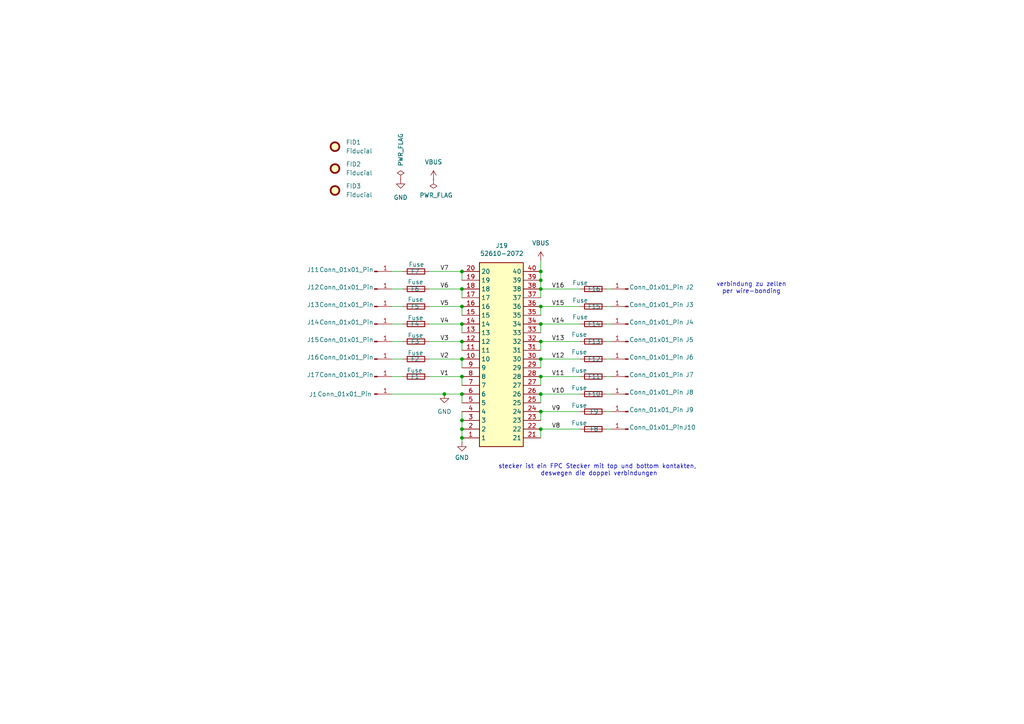
<source format=kicad_sch>
(kicad_sch
	(version 20231120)
	(generator "eeschema")
	(generator_version "8.0")
	(uuid "1d9cc614-0bf5-4778-8e8e-0e8d2a4a5fa2")
	(paper "A4")
	(lib_symbols
		(symbol "52610-2072:52610-2072"
			(exclude_from_sim no)
			(in_bom yes)
			(on_board yes)
			(property "Reference" "J"
				(at 19.05 7.62 0)
				(effects
					(font
						(size 1.27 1.27)
					)
					(justify left top)
				)
			)
			(property "Value" "52610-2072"
				(at 19.05 5.08 0)
				(effects
					(font
						(size 1.27 1.27)
					)
					(justify left top)
				)
			)
			(property "Footprint" "526102072"
				(at 19.05 -94.92 0)
				(effects
					(font
						(size 1.27 1.27)
					)
					(justify left top)
					(hide yes)
				)
			)
			(property "Datasheet" "https://componentsearchengine.com/Datasheets/1/52610-2072.pdf"
				(at 19.05 -194.92 0)
				(effects
					(font
						(size 1.27 1.27)
					)
					(justify left top)
					(hide yes)
				)
			)
			(property "Description" "FFC & FPC Connectors"
				(at 0 0 0)
				(effects
					(font
						(size 1.27 1.27)
					)
					(hide yes)
				)
			)
			(property "Height" "6.05"
				(at 19.05 -394.92 0)
				(effects
					(font
						(size 1.27 1.27)
					)
					(justify left top)
					(hide yes)
				)
			)
			(property "Mouser Part Number" "538-52610-2072"
				(at 19.05 -494.92 0)
				(effects
					(font
						(size 1.27 1.27)
					)
					(justify left top)
					(hide yes)
				)
			)
			(property "Mouser Price/Stock" "https://www.mouser.co.uk/ProductDetail/Molex/52610-2072?qs=nDwhpid8gJYd%252BKSw8qHD2g%3D%3D"
				(at 19.05 -594.92 0)
				(effects
					(font
						(size 1.27 1.27)
					)
					(justify left top)
					(hide yes)
				)
			)
			(property "Manufacturer_Name" "Molex"
				(at 19.05 -694.92 0)
				(effects
					(font
						(size 1.27 1.27)
					)
					(justify left top)
					(hide yes)
				)
			)
			(property "Manufacturer_Part_Number" "52610-2072"
				(at 19.05 -794.92 0)
				(effects
					(font
						(size 1.27 1.27)
					)
					(justify left top)
					(hide yes)
				)
			)
			(symbol "52610-2072_1_1"
				(rectangle
					(start 5.08 2.54)
					(end 17.78 -50.8)
					(stroke
						(width 0.254)
						(type default)
					)
					(fill
						(type background)
					)
				)
				(pin passive line
					(at 0 0 0)
					(length 5.08)
					(name "1"
						(effects
							(font
								(size 1.27 1.27)
							)
						)
					)
					(number "1"
						(effects
							(font
								(size 1.27 1.27)
							)
						)
					)
				)
				(pin passive line
					(at 0 -22.86 0)
					(length 5.08)
					(name "10"
						(effects
							(font
								(size 1.27 1.27)
							)
						)
					)
					(number "10"
						(effects
							(font
								(size 1.27 1.27)
							)
						)
					)
				)
				(pin passive line
					(at 0 -25.4 0)
					(length 5.08)
					(name "11"
						(effects
							(font
								(size 1.27 1.27)
							)
						)
					)
					(number "11"
						(effects
							(font
								(size 1.27 1.27)
							)
						)
					)
				)
				(pin passive line
					(at 0 -27.94 0)
					(length 5.08)
					(name "12"
						(effects
							(font
								(size 1.27 1.27)
							)
						)
					)
					(number "12"
						(effects
							(font
								(size 1.27 1.27)
							)
						)
					)
				)
				(pin passive line
					(at 0 -30.48 0)
					(length 5.08)
					(name "13"
						(effects
							(font
								(size 1.27 1.27)
							)
						)
					)
					(number "13"
						(effects
							(font
								(size 1.27 1.27)
							)
						)
					)
				)
				(pin passive line
					(at 0 -33.02 0)
					(length 5.08)
					(name "14"
						(effects
							(font
								(size 1.27 1.27)
							)
						)
					)
					(number "14"
						(effects
							(font
								(size 1.27 1.27)
							)
						)
					)
				)
				(pin passive line
					(at 0 -35.56 0)
					(length 5.08)
					(name "15"
						(effects
							(font
								(size 1.27 1.27)
							)
						)
					)
					(number "15"
						(effects
							(font
								(size 1.27 1.27)
							)
						)
					)
				)
				(pin passive line
					(at 0 -38.1 0)
					(length 5.08)
					(name "16"
						(effects
							(font
								(size 1.27 1.27)
							)
						)
					)
					(number "16"
						(effects
							(font
								(size 1.27 1.27)
							)
						)
					)
				)
				(pin passive line
					(at 0 -40.64 0)
					(length 5.08)
					(name "17"
						(effects
							(font
								(size 1.27 1.27)
							)
						)
					)
					(number "17"
						(effects
							(font
								(size 1.27 1.27)
							)
						)
					)
				)
				(pin passive line
					(at 0 -43.18 0)
					(length 5.08)
					(name "18"
						(effects
							(font
								(size 1.27 1.27)
							)
						)
					)
					(number "18"
						(effects
							(font
								(size 1.27 1.27)
							)
						)
					)
				)
				(pin passive line
					(at 0 -45.72 0)
					(length 5.08)
					(name "19"
						(effects
							(font
								(size 1.27 1.27)
							)
						)
					)
					(number "19"
						(effects
							(font
								(size 1.27 1.27)
							)
						)
					)
				)
				(pin passive line
					(at 0 -2.54 0)
					(length 5.08)
					(name "2"
						(effects
							(font
								(size 1.27 1.27)
							)
						)
					)
					(number "2"
						(effects
							(font
								(size 1.27 1.27)
							)
						)
					)
				)
				(pin passive line
					(at 0 -48.26 0)
					(length 5.08)
					(name "20"
						(effects
							(font
								(size 1.27 1.27)
							)
						)
					)
					(number "20"
						(effects
							(font
								(size 1.27 1.27)
							)
						)
					)
				)
				(pin passive line
					(at 22.86 0 180)
					(length 5.08)
					(name "21"
						(effects
							(font
								(size 1.27 1.27)
							)
						)
					)
					(number "21"
						(effects
							(font
								(size 1.27 1.27)
							)
						)
					)
				)
				(pin passive line
					(at 22.86 -2.54 180)
					(length 5.08)
					(name "22"
						(effects
							(font
								(size 1.27 1.27)
							)
						)
					)
					(number "22"
						(effects
							(font
								(size 1.27 1.27)
							)
						)
					)
				)
				(pin passive line
					(at 22.86 -5.08 180)
					(length 5.08)
					(name "23"
						(effects
							(font
								(size 1.27 1.27)
							)
						)
					)
					(number "23"
						(effects
							(font
								(size 1.27 1.27)
							)
						)
					)
				)
				(pin passive line
					(at 22.86 -7.62 180)
					(length 5.08)
					(name "24"
						(effects
							(font
								(size 1.27 1.27)
							)
						)
					)
					(number "24"
						(effects
							(font
								(size 1.27 1.27)
							)
						)
					)
				)
				(pin passive line
					(at 22.86 -10.16 180)
					(length 5.08)
					(name "25"
						(effects
							(font
								(size 1.27 1.27)
							)
						)
					)
					(number "25"
						(effects
							(font
								(size 1.27 1.27)
							)
						)
					)
				)
				(pin passive line
					(at 22.86 -12.7 180)
					(length 5.08)
					(name "26"
						(effects
							(font
								(size 1.27 1.27)
							)
						)
					)
					(number "26"
						(effects
							(font
								(size 1.27 1.27)
							)
						)
					)
				)
				(pin passive line
					(at 22.86 -15.24 180)
					(length 5.08)
					(name "27"
						(effects
							(font
								(size 1.27 1.27)
							)
						)
					)
					(number "27"
						(effects
							(font
								(size 1.27 1.27)
							)
						)
					)
				)
				(pin passive line
					(at 22.86 -17.78 180)
					(length 5.08)
					(name "28"
						(effects
							(font
								(size 1.27 1.27)
							)
						)
					)
					(number "28"
						(effects
							(font
								(size 1.27 1.27)
							)
						)
					)
				)
				(pin passive line
					(at 22.86 -20.32 180)
					(length 5.08)
					(name "29"
						(effects
							(font
								(size 1.27 1.27)
							)
						)
					)
					(number "29"
						(effects
							(font
								(size 1.27 1.27)
							)
						)
					)
				)
				(pin passive line
					(at 0 -5.08 0)
					(length 5.08)
					(name "3"
						(effects
							(font
								(size 1.27 1.27)
							)
						)
					)
					(number "3"
						(effects
							(font
								(size 1.27 1.27)
							)
						)
					)
				)
				(pin passive line
					(at 22.86 -22.86 180)
					(length 5.08)
					(name "30"
						(effects
							(font
								(size 1.27 1.27)
							)
						)
					)
					(number "30"
						(effects
							(font
								(size 1.27 1.27)
							)
						)
					)
				)
				(pin passive line
					(at 22.86 -25.4 180)
					(length 5.08)
					(name "31"
						(effects
							(font
								(size 1.27 1.27)
							)
						)
					)
					(number "31"
						(effects
							(font
								(size 1.27 1.27)
							)
						)
					)
				)
				(pin passive line
					(at 22.86 -27.94 180)
					(length 5.08)
					(name "32"
						(effects
							(font
								(size 1.27 1.27)
							)
						)
					)
					(number "32"
						(effects
							(font
								(size 1.27 1.27)
							)
						)
					)
				)
				(pin passive line
					(at 22.86 -30.48 180)
					(length 5.08)
					(name "33"
						(effects
							(font
								(size 1.27 1.27)
							)
						)
					)
					(number "33"
						(effects
							(font
								(size 1.27 1.27)
							)
						)
					)
				)
				(pin passive line
					(at 22.86 -33.02 180)
					(length 5.08)
					(name "34"
						(effects
							(font
								(size 1.27 1.27)
							)
						)
					)
					(number "34"
						(effects
							(font
								(size 1.27 1.27)
							)
						)
					)
				)
				(pin passive line
					(at 22.86 -35.56 180)
					(length 5.08)
					(name "35"
						(effects
							(font
								(size 1.27 1.27)
							)
						)
					)
					(number "35"
						(effects
							(font
								(size 1.27 1.27)
							)
						)
					)
				)
				(pin passive line
					(at 22.86 -38.1 180)
					(length 5.08)
					(name "36"
						(effects
							(font
								(size 1.27 1.27)
							)
						)
					)
					(number "36"
						(effects
							(font
								(size 1.27 1.27)
							)
						)
					)
				)
				(pin passive line
					(at 22.86 -40.64 180)
					(length 5.08)
					(name "37"
						(effects
							(font
								(size 1.27 1.27)
							)
						)
					)
					(number "37"
						(effects
							(font
								(size 1.27 1.27)
							)
						)
					)
				)
				(pin passive line
					(at 22.86 -43.18 180)
					(length 5.08)
					(name "38"
						(effects
							(font
								(size 1.27 1.27)
							)
						)
					)
					(number "38"
						(effects
							(font
								(size 1.27 1.27)
							)
						)
					)
				)
				(pin passive line
					(at 22.86 -45.72 180)
					(length 5.08)
					(name "39"
						(effects
							(font
								(size 1.27 1.27)
							)
						)
					)
					(number "39"
						(effects
							(font
								(size 1.27 1.27)
							)
						)
					)
				)
				(pin passive line
					(at 0 -7.62 0)
					(length 5.08)
					(name "4"
						(effects
							(font
								(size 1.27 1.27)
							)
						)
					)
					(number "4"
						(effects
							(font
								(size 1.27 1.27)
							)
						)
					)
				)
				(pin passive line
					(at 22.86 -48.26 180)
					(length 5.08)
					(name "40"
						(effects
							(font
								(size 1.27 1.27)
							)
						)
					)
					(number "40"
						(effects
							(font
								(size 1.27 1.27)
							)
						)
					)
				)
				(pin passive line
					(at 0 -10.16 0)
					(length 5.08)
					(name "5"
						(effects
							(font
								(size 1.27 1.27)
							)
						)
					)
					(number "5"
						(effects
							(font
								(size 1.27 1.27)
							)
						)
					)
				)
				(pin passive line
					(at 0 -12.7 0)
					(length 5.08)
					(name "6"
						(effects
							(font
								(size 1.27 1.27)
							)
						)
					)
					(number "6"
						(effects
							(font
								(size 1.27 1.27)
							)
						)
					)
				)
				(pin passive line
					(at 0 -15.24 0)
					(length 5.08)
					(name "7"
						(effects
							(font
								(size 1.27 1.27)
							)
						)
					)
					(number "7"
						(effects
							(font
								(size 1.27 1.27)
							)
						)
					)
				)
				(pin passive line
					(at 0 -17.78 0)
					(length 5.08)
					(name "8"
						(effects
							(font
								(size 1.27 1.27)
							)
						)
					)
					(number "8"
						(effects
							(font
								(size 1.27 1.27)
							)
						)
					)
				)
				(pin passive line
					(at 0 -20.32 0)
					(length 5.08)
					(name "9"
						(effects
							(font
								(size 1.27 1.27)
							)
						)
					)
					(number "9"
						(effects
							(font
								(size 1.27 1.27)
							)
						)
					)
				)
			)
		)
		(symbol "Connector:Conn_01x01_Pin"
			(pin_names
				(offset 1.016) hide)
			(exclude_from_sim no)
			(in_bom yes)
			(on_board yes)
			(property "Reference" "J"
				(at 0 2.54 0)
				(effects
					(font
						(size 1.27 1.27)
					)
				)
			)
			(property "Value" "Conn_01x01_Pin"
				(at 0 -2.54 0)
				(effects
					(font
						(size 1.27 1.27)
					)
				)
			)
			(property "Footprint" ""
				(at 0 0 0)
				(effects
					(font
						(size 1.27 1.27)
					)
					(hide yes)
				)
			)
			(property "Datasheet" "~"
				(at 0 0 0)
				(effects
					(font
						(size 1.27 1.27)
					)
					(hide yes)
				)
			)
			(property "Description" "Generic connector, single row, 01x01, script generated"
				(at 0 0 0)
				(effects
					(font
						(size 1.27 1.27)
					)
					(hide yes)
				)
			)
			(property "ki_locked" ""
				(at 0 0 0)
				(effects
					(font
						(size 1.27 1.27)
					)
				)
			)
			(property "ki_keywords" "connector"
				(at 0 0 0)
				(effects
					(font
						(size 1.27 1.27)
					)
					(hide yes)
				)
			)
			(property "ki_fp_filters" "Connector*:*_1x??_*"
				(at 0 0 0)
				(effects
					(font
						(size 1.27 1.27)
					)
					(hide yes)
				)
			)
			(symbol "Conn_01x01_Pin_1_1"
				(polyline
					(pts
						(xy 1.27 0) (xy 0.8636 0)
					)
					(stroke
						(width 0.1524)
						(type default)
					)
					(fill
						(type none)
					)
				)
				(rectangle
					(start 0.8636 0.127)
					(end 0 -0.127)
					(stroke
						(width 0.1524)
						(type default)
					)
					(fill
						(type outline)
					)
				)
				(pin passive line
					(at 5.08 0 180)
					(length 3.81)
					(name "Pin_1"
						(effects
							(font
								(size 1.27 1.27)
							)
						)
					)
					(number "1"
						(effects
							(font
								(size 1.27 1.27)
							)
						)
					)
				)
			)
		)
		(symbol "Device:Fuse"
			(pin_numbers hide)
			(pin_names
				(offset 0)
			)
			(exclude_from_sim no)
			(in_bom yes)
			(on_board yes)
			(property "Reference" "F"
				(at 2.032 0 90)
				(effects
					(font
						(size 1.27 1.27)
					)
				)
			)
			(property "Value" "Fuse"
				(at -1.905 0 90)
				(effects
					(font
						(size 1.27 1.27)
					)
				)
			)
			(property "Footprint" ""
				(at -1.778 0 90)
				(effects
					(font
						(size 1.27 1.27)
					)
					(hide yes)
				)
			)
			(property "Datasheet" "~"
				(at 0 0 0)
				(effects
					(font
						(size 1.27 1.27)
					)
					(hide yes)
				)
			)
			(property "Description" "Fuse"
				(at 0 0 0)
				(effects
					(font
						(size 1.27 1.27)
					)
					(hide yes)
				)
			)
			(property "ki_keywords" "fuse"
				(at 0 0 0)
				(effects
					(font
						(size 1.27 1.27)
					)
					(hide yes)
				)
			)
			(property "ki_fp_filters" "*Fuse*"
				(at 0 0 0)
				(effects
					(font
						(size 1.27 1.27)
					)
					(hide yes)
				)
			)
			(symbol "Fuse_0_1"
				(rectangle
					(start -0.762 -2.54)
					(end 0.762 2.54)
					(stroke
						(width 0.254)
						(type default)
					)
					(fill
						(type none)
					)
				)
				(polyline
					(pts
						(xy 0 2.54) (xy 0 -2.54)
					)
					(stroke
						(width 0)
						(type default)
					)
					(fill
						(type none)
					)
				)
			)
			(symbol "Fuse_1_1"
				(pin passive line
					(at 0 3.81 270)
					(length 1.27)
					(name "~"
						(effects
							(font
								(size 1.27 1.27)
							)
						)
					)
					(number "1"
						(effects
							(font
								(size 1.27 1.27)
							)
						)
					)
				)
				(pin passive line
					(at 0 -3.81 90)
					(length 1.27)
					(name "~"
						(effects
							(font
								(size 1.27 1.27)
							)
						)
					)
					(number "2"
						(effects
							(font
								(size 1.27 1.27)
							)
						)
					)
				)
			)
		)
		(symbol "Mechanical:Fiducial"
			(exclude_from_sim yes)
			(in_bom no)
			(on_board yes)
			(property "Reference" "FID"
				(at 0 5.08 0)
				(effects
					(font
						(size 1.27 1.27)
					)
				)
			)
			(property "Value" "Fiducial"
				(at 0 3.175 0)
				(effects
					(font
						(size 1.27 1.27)
					)
				)
			)
			(property "Footprint" ""
				(at 0 0 0)
				(effects
					(font
						(size 1.27 1.27)
					)
					(hide yes)
				)
			)
			(property "Datasheet" "~"
				(at 0 0 0)
				(effects
					(font
						(size 1.27 1.27)
					)
					(hide yes)
				)
			)
			(property "Description" "Fiducial Marker"
				(at 0 0 0)
				(effects
					(font
						(size 1.27 1.27)
					)
					(hide yes)
				)
			)
			(property "ki_keywords" "fiducial marker"
				(at 0 0 0)
				(effects
					(font
						(size 1.27 1.27)
					)
					(hide yes)
				)
			)
			(property "ki_fp_filters" "Fiducial*"
				(at 0 0 0)
				(effects
					(font
						(size 1.27 1.27)
					)
					(hide yes)
				)
			)
			(symbol "Fiducial_0_1"
				(circle
					(center 0 0)
					(radius 1.27)
					(stroke
						(width 0.508)
						(type default)
					)
					(fill
						(type background)
					)
				)
			)
		)
		(symbol "power:GND"
			(power)
			(pin_numbers hide)
			(pin_names
				(offset 0) hide)
			(exclude_from_sim no)
			(in_bom yes)
			(on_board yes)
			(property "Reference" "#PWR"
				(at 0 -6.35 0)
				(effects
					(font
						(size 1.27 1.27)
					)
					(hide yes)
				)
			)
			(property "Value" "GND"
				(at 0 -3.81 0)
				(effects
					(font
						(size 1.27 1.27)
					)
				)
			)
			(property "Footprint" ""
				(at 0 0 0)
				(effects
					(font
						(size 1.27 1.27)
					)
					(hide yes)
				)
			)
			(property "Datasheet" ""
				(at 0 0 0)
				(effects
					(font
						(size 1.27 1.27)
					)
					(hide yes)
				)
			)
			(property "Description" "Power symbol creates a global label with name \"GND\" , ground"
				(at 0 0 0)
				(effects
					(font
						(size 1.27 1.27)
					)
					(hide yes)
				)
			)
			(property "ki_keywords" "global power"
				(at 0 0 0)
				(effects
					(font
						(size 1.27 1.27)
					)
					(hide yes)
				)
			)
			(symbol "GND_0_1"
				(polyline
					(pts
						(xy 0 0) (xy 0 -1.27) (xy 1.27 -1.27) (xy 0 -2.54) (xy -1.27 -1.27) (xy 0 -1.27)
					)
					(stroke
						(width 0)
						(type default)
					)
					(fill
						(type none)
					)
				)
			)
			(symbol "GND_1_1"
				(pin power_in line
					(at 0 0 270)
					(length 0)
					(name "~"
						(effects
							(font
								(size 1.27 1.27)
							)
						)
					)
					(number "1"
						(effects
							(font
								(size 1.27 1.27)
							)
						)
					)
				)
			)
		)
		(symbol "power:PWR_FLAG"
			(power)
			(pin_numbers hide)
			(pin_names
				(offset 0) hide)
			(exclude_from_sim no)
			(in_bom yes)
			(on_board yes)
			(property "Reference" "#FLG"
				(at 0 1.905 0)
				(effects
					(font
						(size 1.27 1.27)
					)
					(hide yes)
				)
			)
			(property "Value" "PWR_FLAG"
				(at 0 3.81 0)
				(effects
					(font
						(size 1.27 1.27)
					)
				)
			)
			(property "Footprint" ""
				(at 0 0 0)
				(effects
					(font
						(size 1.27 1.27)
					)
					(hide yes)
				)
			)
			(property "Datasheet" "~"
				(at 0 0 0)
				(effects
					(font
						(size 1.27 1.27)
					)
					(hide yes)
				)
			)
			(property "Description" "Special symbol for telling ERC where power comes from"
				(at 0 0 0)
				(effects
					(font
						(size 1.27 1.27)
					)
					(hide yes)
				)
			)
			(property "ki_keywords" "flag power"
				(at 0 0 0)
				(effects
					(font
						(size 1.27 1.27)
					)
					(hide yes)
				)
			)
			(symbol "PWR_FLAG_0_0"
				(pin power_out line
					(at 0 0 90)
					(length 0)
					(name "~"
						(effects
							(font
								(size 1.27 1.27)
							)
						)
					)
					(number "1"
						(effects
							(font
								(size 1.27 1.27)
							)
						)
					)
				)
			)
			(symbol "PWR_FLAG_0_1"
				(polyline
					(pts
						(xy 0 0) (xy 0 1.27) (xy -1.016 1.905) (xy 0 2.54) (xy 1.016 1.905) (xy 0 1.27)
					)
					(stroke
						(width 0)
						(type default)
					)
					(fill
						(type none)
					)
				)
			)
		)
		(symbol "power:VBUS"
			(power)
			(pin_numbers hide)
			(pin_names
				(offset 0) hide)
			(exclude_from_sim no)
			(in_bom yes)
			(on_board yes)
			(property "Reference" "#PWR"
				(at 0 -3.81 0)
				(effects
					(font
						(size 1.27 1.27)
					)
					(hide yes)
				)
			)
			(property "Value" "VBUS"
				(at 0 3.556 0)
				(effects
					(font
						(size 1.27 1.27)
					)
				)
			)
			(property "Footprint" ""
				(at 0 0 0)
				(effects
					(font
						(size 1.27 1.27)
					)
					(hide yes)
				)
			)
			(property "Datasheet" ""
				(at 0 0 0)
				(effects
					(font
						(size 1.27 1.27)
					)
					(hide yes)
				)
			)
			(property "Description" "Power symbol creates a global label with name \"VBUS\""
				(at 0 0 0)
				(effects
					(font
						(size 1.27 1.27)
					)
					(hide yes)
				)
			)
			(property "ki_keywords" "global power"
				(at 0 0 0)
				(effects
					(font
						(size 1.27 1.27)
					)
					(hide yes)
				)
			)
			(symbol "VBUS_0_1"
				(polyline
					(pts
						(xy -0.762 1.27) (xy 0 2.54)
					)
					(stroke
						(width 0)
						(type default)
					)
					(fill
						(type none)
					)
				)
				(polyline
					(pts
						(xy 0 0) (xy 0 2.54)
					)
					(stroke
						(width 0)
						(type default)
					)
					(fill
						(type none)
					)
				)
				(polyline
					(pts
						(xy 0 2.54) (xy 0.762 1.27)
					)
					(stroke
						(width 0)
						(type default)
					)
					(fill
						(type none)
					)
				)
			)
			(symbol "VBUS_1_1"
				(pin power_in line
					(at 0 0 90)
					(length 0)
					(name "~"
						(effects
							(font
								(size 1.27 1.27)
							)
						)
					)
					(number "1"
						(effects
							(font
								(size 1.27 1.27)
							)
						)
					)
				)
			)
		)
	)
	(junction
		(at 128.905 114.3)
		(diameter 0)
		(color 0 0 0 0)
		(uuid "002df6fd-e54b-4f40-a592-44a620448272")
	)
	(junction
		(at 133.985 99.06)
		(diameter 0)
		(color 0 0 0 0)
		(uuid "0168f773-9dd9-4f9d-8c14-67fb02d2351e")
	)
	(junction
		(at 133.985 124.46)
		(diameter 0)
		(color 0 0 0 0)
		(uuid "03fc4723-ffc6-4303-98d1-d6f0214de8be")
	)
	(junction
		(at 133.985 109.22)
		(diameter 0)
		(color 0 0 0 0)
		(uuid "04e482b6-a756-4dee-bfe3-a3685faa60fc")
	)
	(junction
		(at 156.845 119.38)
		(diameter 0)
		(color 0 0 0 0)
		(uuid "0675166a-b728-4bde-8ff2-d69b2dae060f")
	)
	(junction
		(at 156.845 109.22)
		(diameter 0)
		(color 0 0 0 0)
		(uuid "0696a963-d4b3-41e5-b843-ffbf1859643d")
	)
	(junction
		(at 133.985 104.14)
		(diameter 0)
		(color 0 0 0 0)
		(uuid "0bb717dd-3cf0-4aa4-abba-fc24e8cf0c74")
	)
	(junction
		(at 133.985 78.74)
		(diameter 0)
		(color 0 0 0 0)
		(uuid "1aff74f7-00df-49d2-9625-2bb0895f1f9c")
	)
	(junction
		(at 133.985 88.9)
		(diameter 0)
		(color 0 0 0 0)
		(uuid "206d8abc-3c7d-4ccc-8a5c-13e252f18d28")
	)
	(junction
		(at 156.845 114.3)
		(diameter 0)
		(color 0 0 0 0)
		(uuid "212a105d-aa1a-4ea3-825e-b1c7ad571964")
	)
	(junction
		(at 133.985 83.82)
		(diameter 0)
		(color 0 0 0 0)
		(uuid "2e651bdb-8466-4eca-8ae3-980add46c54f")
	)
	(junction
		(at 156.845 93.98)
		(diameter 0)
		(color 0 0 0 0)
		(uuid "5150cb41-fba8-46d5-ad86-db6ec52c80bc")
	)
	(junction
		(at 156.845 78.74)
		(diameter 0)
		(color 0 0 0 0)
		(uuid "537b367b-ab2a-4570-b881-c764aa249d37")
	)
	(junction
		(at 156.845 88.9)
		(diameter 0)
		(color 0 0 0 0)
		(uuid "5c0e08e7-76fb-432b-bba2-4c5d3e2af1de")
	)
	(junction
		(at 133.985 121.92)
		(diameter 0)
		(color 0 0 0 0)
		(uuid "7b305cb1-541b-4ac1-9bcb-f3742acb775b")
	)
	(junction
		(at 133.985 127)
		(diameter 0)
		(color 0 0 0 0)
		(uuid "a297dc2c-a99b-4ea1-8c49-d73898b3e606")
	)
	(junction
		(at 133.985 93.98)
		(diameter 0)
		(color 0 0 0 0)
		(uuid "a7117c1d-787d-46e6-8997-e62423841b13")
	)
	(junction
		(at 156.845 99.06)
		(diameter 0)
		(color 0 0 0 0)
		(uuid "a87be903-5e16-43d2-b79a-a859803f0cc3")
	)
	(junction
		(at 156.845 81.28)
		(diameter 0)
		(color 0 0 0 0)
		(uuid "bcebba81-50f7-406a-8d06-66cc06c9372c")
	)
	(junction
		(at 156.845 124.46)
		(diameter 0)
		(color 0 0 0 0)
		(uuid "c139a2a2-4128-449d-b38c-3f30117cae82")
	)
	(junction
		(at 156.845 104.14)
		(diameter 0)
		(color 0 0 0 0)
		(uuid "c1df4905-d19f-4205-af19-5bd23689a95a")
	)
	(junction
		(at 133.985 114.3)
		(diameter 0)
		(color 0 0 0 0)
		(uuid "c4670233-a88f-4cc9-9afa-200f18a2bb37")
	)
	(junction
		(at 156.845 83.82)
		(diameter 0)
		(color 0 0 0 0)
		(uuid "de2b3d53-fb77-4df2-8c71-8b78bf929c09")
	)
	(wire
		(pts
			(xy 133.985 104.14) (xy 133.985 106.68)
		)
		(stroke
			(width 0)
			(type default)
		)
		(uuid "0052b478-816a-460e-94f9-ac1e358ecca5")
	)
	(wire
		(pts
			(xy 156.845 109.22) (xy 168.275 109.22)
		)
		(stroke
			(width 0)
			(type default)
		)
		(uuid "018aceaa-26cb-4f5d-b678-2d4d9a5ed598")
	)
	(wire
		(pts
			(xy 156.845 93.98) (xy 156.845 96.52)
		)
		(stroke
			(width 0)
			(type default)
		)
		(uuid "019c136f-4ba7-4a5e-9c28-06f52005b396")
	)
	(wire
		(pts
			(xy 156.845 88.9) (xy 168.275 88.9)
		)
		(stroke
			(width 0)
			(type default)
		)
		(uuid "04c2e2da-38fe-4555-b881-e0ed61176549")
	)
	(wire
		(pts
			(xy 124.46 83.82) (xy 133.985 83.82)
		)
		(stroke
			(width 0)
			(type default)
		)
		(uuid "0884c190-49c4-475f-b972-765626e3ba13")
	)
	(wire
		(pts
			(xy 156.845 104.14) (xy 168.275 104.14)
		)
		(stroke
			(width 0)
			(type default)
		)
		(uuid "089164e1-5bd7-4056-a0cf-ba13b3f47eb6")
	)
	(wire
		(pts
			(xy 133.985 93.98) (xy 133.985 96.52)
		)
		(stroke
			(width 0)
			(type default)
		)
		(uuid "0c32e2cb-e44c-466f-8cf2-7c8ef33b259f")
	)
	(wire
		(pts
			(xy 175.895 93.98) (xy 177.165 93.98)
		)
		(stroke
			(width 0)
			(type default)
		)
		(uuid "0c4ffd47-0489-4c0d-ae89-7d6d6bfa1b2c")
	)
	(wire
		(pts
			(xy 156.845 104.14) (xy 156.845 106.68)
		)
		(stroke
			(width 0)
			(type default)
		)
		(uuid "10bcb633-1216-448b-be98-ca0b07038a86")
	)
	(wire
		(pts
			(xy 113.665 114.3) (xy 128.905 114.3)
		)
		(stroke
			(width 0)
			(type default)
		)
		(uuid "11794d73-b7bc-467b-882b-3b259e2ae469")
	)
	(wire
		(pts
			(xy 116.84 109.22) (xy 113.665 109.22)
		)
		(stroke
			(width 0)
			(type default)
		)
		(uuid "1222c7cc-0fc5-4786-bbfa-fbf5c0400464")
	)
	(wire
		(pts
			(xy 124.46 78.74) (xy 133.985 78.74)
		)
		(stroke
			(width 0)
			(type default)
		)
		(uuid "1346102b-3b45-4395-a71d-4231b9373788")
	)
	(wire
		(pts
			(xy 175.895 83.82) (xy 177.165 83.82)
		)
		(stroke
			(width 0)
			(type default)
		)
		(uuid "1469e016-04b8-4413-8839-29e554d828a2")
	)
	(wire
		(pts
			(xy 175.895 119.38) (xy 177.165 119.38)
		)
		(stroke
			(width 0)
			(type default)
		)
		(uuid "15439573-ab63-4194-846e-bbe944d12e19")
	)
	(wire
		(pts
			(xy 133.985 121.92) (xy 133.985 124.46)
		)
		(stroke
			(width 0)
			(type default)
		)
		(uuid "1546c061-4b4a-415b-a611-1ecf6b76674d")
	)
	(wire
		(pts
			(xy 133.985 128.27) (xy 133.985 127)
		)
		(stroke
			(width 0)
			(type default)
		)
		(uuid "16d9488f-449f-49f9-a561-e651276b4853")
	)
	(wire
		(pts
			(xy 156.845 114.3) (xy 168.275 114.3)
		)
		(stroke
			(width 0)
			(type default)
		)
		(uuid "1849a1a0-e8ff-4c4f-a564-17ccd6268bae")
	)
	(wire
		(pts
			(xy 175.895 99.06) (xy 177.165 99.06)
		)
		(stroke
			(width 0)
			(type default)
		)
		(uuid "1a1be08b-3a61-400d-842f-d9502a4ed2b3")
	)
	(wire
		(pts
			(xy 116.84 83.82) (xy 113.665 83.82)
		)
		(stroke
			(width 0)
			(type default)
		)
		(uuid "1bb2f3ab-1b25-4197-9ea6-0a1f325ce113")
	)
	(wire
		(pts
			(xy 124.46 88.9) (xy 133.985 88.9)
		)
		(stroke
			(width 0)
			(type default)
		)
		(uuid "1c25f0b9-6261-4a5e-8172-d2a1c23183ce")
	)
	(wire
		(pts
			(xy 156.845 124.46) (xy 168.275 124.46)
		)
		(stroke
			(width 0)
			(type default)
		)
		(uuid "207aa897-54c4-4892-a085-7fe29ee18511")
	)
	(wire
		(pts
			(xy 156.845 83.82) (xy 156.845 86.36)
		)
		(stroke
			(width 0)
			(type default)
		)
		(uuid "207bc5d2-3348-45af-800c-dc239180504f")
	)
	(wire
		(pts
			(xy 156.845 124.46) (xy 156.845 127)
		)
		(stroke
			(width 0)
			(type default)
		)
		(uuid "20eb60e9-27a4-40fd-96a4-c8ae1fae8578")
	)
	(wire
		(pts
			(xy 133.985 83.82) (xy 133.985 86.36)
		)
		(stroke
			(width 0)
			(type default)
		)
		(uuid "24208ea0-2e31-43b6-9339-46b7a45f93d0")
	)
	(wire
		(pts
			(xy 133.985 114.3) (xy 133.985 116.84)
		)
		(stroke
			(width 0)
			(type default)
		)
		(uuid "2ddcf5f2-6098-4f38-ae7d-6e929369b5b7")
	)
	(wire
		(pts
			(xy 156.845 83.82) (xy 168.275 83.82)
		)
		(stroke
			(width 0)
			(type default)
		)
		(uuid "300039bf-130d-435f-80eb-493b358ca86f")
	)
	(wire
		(pts
			(xy 124.46 104.14) (xy 133.985 104.14)
		)
		(stroke
			(width 0)
			(type default)
		)
		(uuid "408e65f2-b7f6-419f-a6ca-9bcc99e4745f")
	)
	(wire
		(pts
			(xy 156.845 99.06) (xy 156.845 101.6)
		)
		(stroke
			(width 0)
			(type default)
		)
		(uuid "428f3da8-b3db-416d-be76-4cc3782bc18a")
	)
	(wire
		(pts
			(xy 133.985 99.06) (xy 133.985 101.6)
		)
		(stroke
			(width 0)
			(type default)
		)
		(uuid "445c507a-b918-42c9-83bb-4f2aa226299c")
	)
	(wire
		(pts
			(xy 116.84 99.06) (xy 113.665 99.06)
		)
		(stroke
			(width 0)
			(type default)
		)
		(uuid "53ac8e79-26e6-4d0b-8326-aebaffe76305")
	)
	(wire
		(pts
			(xy 156.845 78.74) (xy 156.845 81.28)
		)
		(stroke
			(width 0)
			(type default)
		)
		(uuid "540a982c-4f29-4329-bcf7-2c160f8d3cd6")
	)
	(wire
		(pts
			(xy 116.84 88.9) (xy 113.665 88.9)
		)
		(stroke
			(width 0)
			(type default)
		)
		(uuid "5b95f99b-d8e8-4a6c-87ab-b83f98e08d0a")
	)
	(wire
		(pts
			(xy 116.84 93.98) (xy 113.665 93.98)
		)
		(stroke
			(width 0)
			(type default)
		)
		(uuid "6808f3c4-c470-4e2f-9cc9-3e7062c66150")
	)
	(wire
		(pts
			(xy 156.845 75.565) (xy 156.845 78.74)
		)
		(stroke
			(width 0)
			(type default)
		)
		(uuid "70a7baf9-f793-41ea-aa80-3363ea1d742d")
	)
	(wire
		(pts
			(xy 156.845 114.3) (xy 156.845 116.84)
		)
		(stroke
			(width 0)
			(type default)
		)
		(uuid "7c455362-b1b6-4bed-b0ad-157380a4e5f0")
	)
	(wire
		(pts
			(xy 116.84 78.74) (xy 113.665 78.74)
		)
		(stroke
			(width 0)
			(type default)
		)
		(uuid "7fc7673f-8e52-4a6b-8a80-cf9a93cfa47f")
	)
	(wire
		(pts
			(xy 175.895 114.3) (xy 177.165 114.3)
		)
		(stroke
			(width 0)
			(type default)
		)
		(uuid "82f893ee-e1c3-4a07-b284-d1413b9ab85d")
	)
	(wire
		(pts
			(xy 175.895 124.46) (xy 177.165 124.46)
		)
		(stroke
			(width 0)
			(type default)
		)
		(uuid "881cdb73-70ce-473f-a1fd-0389e93d3123")
	)
	(wire
		(pts
			(xy 116.84 104.14) (xy 113.665 104.14)
		)
		(stroke
			(width 0)
			(type default)
		)
		(uuid "92634063-e3c1-4d82-b30a-a12953c688ba")
	)
	(wire
		(pts
			(xy 175.895 109.22) (xy 177.165 109.22)
		)
		(stroke
			(width 0)
			(type default)
		)
		(uuid "947e9429-f069-4684-8fe6-4eb6c0548d51")
	)
	(wire
		(pts
			(xy 175.895 88.9) (xy 177.165 88.9)
		)
		(stroke
			(width 0)
			(type default)
		)
		(uuid "9cc141a5-4877-4cc4-9809-c014531f9c23")
	)
	(wire
		(pts
			(xy 133.985 88.9) (xy 133.985 91.44)
		)
		(stroke
			(width 0)
			(type default)
		)
		(uuid "aa9a29f4-3626-45f7-9933-72ad35553bea")
	)
	(wire
		(pts
			(xy 156.845 88.9) (xy 156.845 91.44)
		)
		(stroke
			(width 0)
			(type default)
		)
		(uuid "acd1c75b-8d39-4ac7-91b3-1365682b0038")
	)
	(wire
		(pts
			(xy 133.985 119.38) (xy 133.985 121.92)
		)
		(stroke
			(width 0)
			(type default)
		)
		(uuid "af6a988a-a97d-4ad1-b1e4-473fc94817d6")
	)
	(wire
		(pts
			(xy 133.985 124.46) (xy 133.985 127)
		)
		(stroke
			(width 0)
			(type default)
		)
		(uuid "b4d41289-27a7-40ea-87fd-37ae1f215baf")
	)
	(wire
		(pts
			(xy 175.895 104.14) (xy 177.165 104.14)
		)
		(stroke
			(width 0)
			(type default)
		)
		(uuid "bb05c23b-e428-4efa-b493-f9b636d5f966")
	)
	(wire
		(pts
			(xy 156.845 119.38) (xy 156.845 121.92)
		)
		(stroke
			(width 0)
			(type default)
		)
		(uuid "bdb53f7e-c684-4649-9061-d45c09eb7e5d")
	)
	(wire
		(pts
			(xy 156.845 99.06) (xy 168.275 99.06)
		)
		(stroke
			(width 0)
			(type default)
		)
		(uuid "be39b9fa-fa7b-4129-b4de-6bd71cbd26aa")
	)
	(wire
		(pts
			(xy 124.46 99.06) (xy 133.985 99.06)
		)
		(stroke
			(width 0)
			(type default)
		)
		(uuid "c89efd5e-0363-48be-b9bf-00c073db6643")
	)
	(wire
		(pts
			(xy 124.46 109.22) (xy 133.985 109.22)
		)
		(stroke
			(width 0)
			(type default)
		)
		(uuid "d910b065-f6d8-46fb-b732-2e3747497e0d")
	)
	(wire
		(pts
			(xy 156.845 109.22) (xy 156.845 111.76)
		)
		(stroke
			(width 0)
			(type default)
		)
		(uuid "dc0d0e47-e524-424a-b655-0778f253b72c")
	)
	(wire
		(pts
			(xy 133.985 109.22) (xy 133.985 111.76)
		)
		(stroke
			(width 0)
			(type default)
		)
		(uuid "de9f2095-74e6-4dc3-bae4-24f698da34d3")
	)
	(wire
		(pts
			(xy 156.845 119.38) (xy 168.275 119.38)
		)
		(stroke
			(width 0)
			(type default)
		)
		(uuid "df7ba148-381d-48d6-99a7-10b9358bd187")
	)
	(wire
		(pts
			(xy 156.845 81.28) (xy 156.845 83.82)
		)
		(stroke
			(width 0)
			(type default)
		)
		(uuid "e28bc814-45cd-4b29-80d7-fa80c58d2922")
	)
	(wire
		(pts
			(xy 156.845 93.98) (xy 168.275 93.98)
		)
		(stroke
			(width 0)
			(type default)
		)
		(uuid "e8f3dd12-98eb-46cf-bfdf-abc10d26a132")
	)
	(wire
		(pts
			(xy 133.985 114.3) (xy 128.905 114.3)
		)
		(stroke
			(width 0)
			(type default)
		)
		(uuid "fa4e4e36-7cf6-48f6-a4fa-87eee3a72cfa")
	)
	(wire
		(pts
			(xy 124.46 93.98) (xy 133.985 93.98)
		)
		(stroke
			(width 0)
			(type default)
		)
		(uuid "fceec41b-07e3-4527-838c-3a0ecf4bfa7a")
	)
	(wire
		(pts
			(xy 133.985 78.74) (xy 133.985 81.28)
		)
		(stroke
			(width 0)
			(type default)
		)
		(uuid "fdb60a30-090e-4105-ac0d-15e6e7ff60f5")
	)
	(text "stecker ist ein FPC Stecker mit top und bottom kontakten, \ndeswegen die doppel verbindungen"
		(exclude_from_sim no)
		(at 173.736 136.398 0)
		(effects
			(font
				(size 1.27 1.27)
			)
		)
		(uuid "c9c55b5e-9374-455a-912c-16153b2d7e1e")
	)
	(text "verbindung zu zellen\nper wire-bonding\n"
		(exclude_from_sim no)
		(at 217.932 83.566 0)
		(effects
			(font
				(size 1.27 1.27)
			)
		)
		(uuid "cec7a0b1-c32f-46bb-a9f6-5ba939c63e77")
	)
	(label "V5"
		(at 130.175 88.9 180)
		(fields_autoplaced yes)
		(effects
			(font
				(size 1.27 1.27)
			)
			(justify right bottom)
		)
		(uuid "1c312e1d-d1c2-420b-b307-0a3bd3caff1b")
	)
	(label "V4"
		(at 130.175 93.98 180)
		(fields_autoplaced yes)
		(effects
			(font
				(size 1.27 1.27)
			)
			(justify right bottom)
		)
		(uuid "32352170-8fcf-4bff-a93a-1d5f37928d7a")
	)
	(label "V7"
		(at 130.175 78.74 180)
		(fields_autoplaced yes)
		(effects
			(font
				(size 1.27 1.27)
			)
			(justify right bottom)
		)
		(uuid "3b597dbb-9e83-42fb-9b1c-4fc0df8d0c60")
	)
	(label "V15"
		(at 160.02 88.9 0)
		(fields_autoplaced yes)
		(effects
			(font
				(size 1.27 1.27)
			)
			(justify left bottom)
		)
		(uuid "4b27b7af-cfc7-437a-aca8-7143790cf022")
	)
	(label "V14"
		(at 160.02 93.98 0)
		(fields_autoplaced yes)
		(effects
			(font
				(size 1.27 1.27)
			)
			(justify left bottom)
		)
		(uuid "5e41aed0-2f2b-4685-b499-66a209d113f3")
	)
	(label "V16"
		(at 160.02 83.82 0)
		(fields_autoplaced yes)
		(effects
			(font
				(size 1.27 1.27)
			)
			(justify left bottom)
		)
		(uuid "67ffef54-393c-4443-a81c-af5182ef72fb")
	)
	(label "V1"
		(at 130.175 109.22 180)
		(fields_autoplaced yes)
		(effects
			(font
				(size 1.27 1.27)
			)
			(justify right bottom)
		)
		(uuid "73a2e90e-a114-4443-87a8-7192d39c22f8")
	)
	(label "V2"
		(at 130.175 104.14 180)
		(fields_autoplaced yes)
		(effects
			(font
				(size 1.27 1.27)
			)
			(justify right bottom)
		)
		(uuid "7b132013-5ebd-4b43-90c0-7c5143564e14")
	)
	(label "V9"
		(at 160.02 119.38 0)
		(fields_autoplaced yes)
		(effects
			(font
				(size 1.27 1.27)
			)
			(justify left bottom)
		)
		(uuid "94b614b4-19ef-4ac6-bd0d-edcec25970b1")
	)
	(label "V3"
		(at 130.175 99.06 180)
		(fields_autoplaced yes)
		(effects
			(font
				(size 1.27 1.27)
			)
			(justify right bottom)
		)
		(uuid "acbd947f-6b44-4e79-b220-152f1ed195cd")
	)
	(label "V12"
		(at 160.02 104.14 0)
		(fields_autoplaced yes)
		(effects
			(font
				(size 1.27 1.27)
			)
			(justify left bottom)
		)
		(uuid "b1b98b2f-a5a7-469f-a1ae-b79053c0c937")
	)
	(label "V11"
		(at 160.02 109.22 0)
		(fields_autoplaced yes)
		(effects
			(font
				(size 1.27 1.27)
			)
			(justify left bottom)
		)
		(uuid "bef9a921-dc5d-43dd-b17b-aaac2659963a")
	)
	(label "V13"
		(at 160.02 99.06 0)
		(fields_autoplaced yes)
		(effects
			(font
				(size 1.27 1.27)
			)
			(justify left bottom)
		)
		(uuid "cf219a9e-cb0c-499c-aca7-2088f3e6cc3b")
	)
	(label "V8"
		(at 160.02 124.46 0)
		(fields_autoplaced yes)
		(effects
			(font
				(size 1.27 1.27)
			)
			(justify left bottom)
		)
		(uuid "d3abdf5c-f132-434a-99c4-5251ade2d9e3")
	)
	(label "V10"
		(at 160.02 114.3 0)
		(fields_autoplaced yes)
		(effects
			(font
				(size 1.27 1.27)
			)
			(justify left bottom)
		)
		(uuid "d6b263c4-82df-403e-b8a9-5b14edbdabc7")
	)
	(label "V6"
		(at 130.175 83.82 180)
		(fields_autoplaced yes)
		(effects
			(font
				(size 1.27 1.27)
			)
			(justify right bottom)
		)
		(uuid "ee082f23-5551-4e5f-b11f-672c2f27e1e7")
	)
	(symbol
		(lib_id "power:PWR_FLAG")
		(at 125.73 52.07 180)
		(unit 1)
		(exclude_from_sim no)
		(in_bom yes)
		(on_board yes)
		(dnp no)
		(uuid "002f07f5-7b92-4a7c-b404-4bb8de0d297f")
		(property "Reference" "#FLG02"
			(at 125.73 53.975 0)
			(effects
				(font
					(size 1.27 1.27)
				)
				(hide yes)
			)
		)
		(property "Value" "PWR_FLAG"
			(at 126.492 56.642 0)
			(effects
				(font
					(size 1.27 1.27)
				)
			)
		)
		(property "Footprint" ""
			(at 125.73 52.07 0)
			(effects
				(font
					(size 1.27 1.27)
				)
				(hide yes)
			)
		)
		(property "Datasheet" "~"
			(at 125.73 52.07 0)
			(effects
				(font
					(size 1.27 1.27)
				)
				(hide yes)
			)
		)
		(property "Description" "Special symbol for telling ERC where power comes from"
			(at 125.73 52.07 0)
			(effects
				(font
					(size 1.27 1.27)
				)
				(hide yes)
			)
		)
		(pin "1"
			(uuid "6029ef16-0b8c-472c-91fc-26ed5e14de53")
		)
		(instances
			(project "FT25_AMS_VSENS"
				(path "/1d9cc614-0bf5-4778-8e8e-0e8d2a4a5fa2"
					(reference "#FLG02")
					(unit 1)
				)
			)
		)
	)
	(symbol
		(lib_id "Connector:Conn_01x01_Pin")
		(at 108.585 88.9 0)
		(mirror x)
		(unit 1)
		(exclude_from_sim no)
		(in_bom yes)
		(on_board yes)
		(dnp no)
		(uuid "07dec1b8-7836-4876-a93d-9eb604b0642e")
		(property "Reference" "J13"
			(at 90.805 88.392 0)
			(effects
				(font
					(size 1.27 1.27)
				)
			)
		)
		(property "Value" "Conn_01x01_Pin"
			(at 100.457 88.392 0)
			(effects
				(font
					(size 1.27 1.27)
				)
			)
		)
		(property "Footprint" "VTSENS:Baby_ST_Bond_Pad"
			(at 108.585 88.9 0)
			(effects
				(font
					(size 1.27 1.27)
				)
				(hide yes)
			)
		)
		(property "Datasheet" "~"
			(at 108.585 88.9 0)
			(effects
				(font
					(size 1.27 1.27)
				)
				(hide yes)
			)
		)
		(property "Description" "Generic connector, single row, 01x01, script generated"
			(at 108.585 88.9 0)
			(effects
				(font
					(size 1.27 1.27)
				)
				(hide yes)
			)
		)
		(pin "1"
			(uuid "da900868-7d05-4684-81b4-15d83d58609a")
		)
		(instances
			(project "FT25_AMS_VSENS"
				(path "/1d9cc614-0bf5-4778-8e8e-0e8d2a4a5fa2"
					(reference "J13")
					(unit 1)
				)
			)
		)
	)
	(symbol
		(lib_id "power:PWR_FLAG")
		(at 116.205 52.07 0)
		(unit 1)
		(exclude_from_sim no)
		(in_bom yes)
		(on_board yes)
		(dnp no)
		(fields_autoplaced yes)
		(uuid "0860045f-7689-486e-beef-0dfc4cd9b37b")
		(property "Reference" "#FLG01"
			(at 116.205 50.165 0)
			(effects
				(font
					(size 1.27 1.27)
				)
				(hide yes)
			)
		)
		(property "Value" "PWR_FLAG"
			(at 116.2051 48.26 90)
			(effects
				(font
					(size 1.27 1.27)
				)
				(justify left)
			)
		)
		(property "Footprint" ""
			(at 116.205 52.07 0)
			(effects
				(font
					(size 1.27 1.27)
				)
				(hide yes)
			)
		)
		(property "Datasheet" "~"
			(at 116.205 52.07 0)
			(effects
				(font
					(size 1.27 1.27)
				)
				(hide yes)
			)
		)
		(property "Description" "Special symbol for telling ERC where power comes from"
			(at 116.205 52.07 0)
			(effects
				(font
					(size 1.27 1.27)
				)
				(hide yes)
			)
		)
		(pin "1"
			(uuid "04a9c31a-b7f5-4a0f-b600-59fa2b0a8a69")
		)
		(instances
			(project "FT25_AMS_VSENS"
				(path "/1d9cc614-0bf5-4778-8e8e-0e8d2a4a5fa2"
					(reference "#FLG01")
					(unit 1)
				)
			)
		)
	)
	(symbol
		(lib_id "Device:Fuse")
		(at 120.65 78.74 270)
		(mirror x)
		(unit 1)
		(exclude_from_sim no)
		(in_bom yes)
		(on_board yes)
		(dnp no)
		(uuid "0d9d753a-0682-4094-963c-fd2e9781d520")
		(property "Reference" "F7"
			(at 120.396 78.74 90)
			(effects
				(font
					(size 1.27 1.27)
				)
			)
		)
		(property "Value" "Fuse"
			(at 120.777 76.708 90)
			(effects
				(font
					(size 1.27 1.27)
				)
			)
		)
		(property "Footprint" "Fuse:Fuse_0603_1608Metric"
			(at 120.65 80.518 90)
			(effects
				(font
					(size 1.27 1.27)
				)
				(hide yes)
			)
		)
		(property "Datasheet" "~"
			(at 120.65 78.74 0)
			(effects
				(font
					(size 1.27 1.27)
				)
				(hide yes)
			)
		)
		(property "Description" "Fuse"
			(at 120.65 78.74 0)
			(effects
				(font
					(size 1.27 1.27)
				)
				(hide yes)
			)
		)
		(pin "1"
			(uuid "2a245d50-f025-42ba-8f11-43e44656f6f1")
		)
		(pin "2"
			(uuid "9db801cb-769b-45d8-989b-124965104208")
		)
		(instances
			(project "FT25_AMS_VSENS"
				(path "/1d9cc614-0bf5-4778-8e8e-0e8d2a4a5fa2"
					(reference "F7")
					(unit 1)
				)
			)
		)
	)
	(symbol
		(lib_id "Device:Fuse")
		(at 120.65 93.98 270)
		(mirror x)
		(unit 1)
		(exclude_from_sim no)
		(in_bom yes)
		(on_board yes)
		(dnp no)
		(uuid "0dff8fbd-2cb2-4dd9-8483-ecae969cf22c")
		(property "Reference" "F4"
			(at 120.396 93.98 90)
			(effects
				(font
					(size 1.27 1.27)
				)
			)
		)
		(property "Value" "Fuse"
			(at 120.523 92.202 90)
			(effects
				(font
					(size 1.27 1.27)
				)
			)
		)
		(property "Footprint" "Fuse:Fuse_0603_1608Metric"
			(at 120.65 95.758 90)
			(effects
				(font
					(size 1.27 1.27)
				)
				(hide yes)
			)
		)
		(property "Datasheet" "~"
			(at 120.65 93.98 0)
			(effects
				(font
					(size 1.27 1.27)
				)
				(hide yes)
			)
		)
		(property "Description" "Fuse"
			(at 120.65 93.98 0)
			(effects
				(font
					(size 1.27 1.27)
				)
				(hide yes)
			)
		)
		(pin "1"
			(uuid "0cb52f64-7543-4d18-9bd4-a8c30e6c48b3")
		)
		(pin "2"
			(uuid "20659abf-2862-41c7-9b5c-eacfc7326f7f")
		)
		(instances
			(project "FT25_AMS_VSENS"
				(path "/1d9cc614-0bf5-4778-8e8e-0e8d2a4a5fa2"
					(reference "F4")
					(unit 1)
				)
			)
		)
	)
	(symbol
		(lib_id "Device:Fuse")
		(at 172.085 119.38 90)
		(unit 1)
		(exclude_from_sim no)
		(in_bom yes)
		(on_board yes)
		(dnp no)
		(uuid "169069f5-1a28-470c-931b-74d581bc2db8")
		(property "Reference" "F9"
			(at 172.339 119.38 90)
			(effects
				(font
					(size 1.27 1.27)
				)
			)
		)
		(property "Value" "Fuse"
			(at 168.021 117.602 90)
			(effects
				(font
					(size 1.27 1.27)
				)
			)
		)
		(property "Footprint" "Fuse:Fuse_0603_1608Metric"
			(at 172.085 121.158 90)
			(effects
				(font
					(size 1.27 1.27)
				)
				(hide yes)
			)
		)
		(property "Datasheet" "~"
			(at 172.085 119.38 0)
			(effects
				(font
					(size 1.27 1.27)
				)
				(hide yes)
			)
		)
		(property "Description" "Fuse"
			(at 172.085 119.38 0)
			(effects
				(font
					(size 1.27 1.27)
				)
				(hide yes)
			)
		)
		(pin "1"
			(uuid "a69b6185-44ff-4c4a-ac67-b2cc4ea7da62")
		)
		(pin "2"
			(uuid "9f23a882-2543-4b7f-bdc0-9f8db671f480")
		)
		(instances
			(project "FT25_AMS_VSENS"
				(path "/1d9cc614-0bf5-4778-8e8e-0e8d2a4a5fa2"
					(reference "F9")
					(unit 1)
				)
			)
		)
	)
	(symbol
		(lib_id "Device:Fuse")
		(at 172.085 88.9 90)
		(unit 1)
		(exclude_from_sim no)
		(in_bom yes)
		(on_board yes)
		(dnp no)
		(uuid "1c5c8fa0-3261-4877-aaee-a232ecb8b893")
		(property "Reference" "F15"
			(at 172.339 88.9 90)
			(effects
				(font
					(size 1.27 1.27)
				)
			)
		)
		(property "Value" "Fuse"
			(at 168.275 87.122 90)
			(effects
				(font
					(size 1.27 1.27)
				)
			)
		)
		(property "Footprint" "Fuse:Fuse_0603_1608Metric"
			(at 172.085 90.678 90)
			(effects
				(font
					(size 1.27 1.27)
				)
				(hide yes)
			)
		)
		(property "Datasheet" "~"
			(at 172.085 88.9 0)
			(effects
				(font
					(size 1.27 1.27)
				)
				(hide yes)
			)
		)
		(property "Description" "Fuse"
			(at 172.085 88.9 0)
			(effects
				(font
					(size 1.27 1.27)
				)
				(hide yes)
			)
		)
		(pin "1"
			(uuid "194962c4-5295-41ee-967a-a04c3c398ccf")
		)
		(pin "2"
			(uuid "5a37a315-7d68-4dde-a56b-4d027f1e04c5")
		)
		(instances
			(project "FT25_AMS_VSENS"
				(path "/1d9cc614-0bf5-4778-8e8e-0e8d2a4a5fa2"
					(reference "F15")
					(unit 1)
				)
			)
		)
	)
	(symbol
		(lib_id "Connector:Conn_01x01_Pin")
		(at 108.585 99.06 0)
		(mirror x)
		(unit 1)
		(exclude_from_sim no)
		(in_bom yes)
		(on_board yes)
		(dnp no)
		(uuid "27c1262b-ae1f-427f-9763-49bc646aa4f4")
		(property "Reference" "J15"
			(at 90.805 98.552 0)
			(effects
				(font
					(size 1.27 1.27)
				)
			)
		)
		(property "Value" "Conn_01x01_Pin"
			(at 100.457 98.552 0)
			(effects
				(font
					(size 1.27 1.27)
				)
			)
		)
		(property "Footprint" "VTSENS:Baby_ST_Bond_Pad"
			(at 108.585 99.06 0)
			(effects
				(font
					(size 1.27 1.27)
				)
				(hide yes)
			)
		)
		(property "Datasheet" "~"
			(at 108.585 99.06 0)
			(effects
				(font
					(size 1.27 1.27)
				)
				(hide yes)
			)
		)
		(property "Description" "Generic connector, single row, 01x01, script generated"
			(at 108.585 99.06 0)
			(effects
				(font
					(size 1.27 1.27)
				)
				(hide yes)
			)
		)
		(pin "1"
			(uuid "0ba22f86-a5ca-4d8d-8608-81ce503f612d")
		)
		(instances
			(project "FT25_AMS_VSENS"
				(path "/1d9cc614-0bf5-4778-8e8e-0e8d2a4a5fa2"
					(reference "J15")
					(unit 1)
				)
			)
		)
	)
	(symbol
		(lib_id "Device:Fuse")
		(at 120.65 88.9 270)
		(mirror x)
		(unit 1)
		(exclude_from_sim no)
		(in_bom yes)
		(on_board yes)
		(dnp no)
		(uuid "30fa3422-69a9-4174-8ec0-beff16a2e3cd")
		(property "Reference" "F5"
			(at 120.396 88.9 90)
			(effects
				(font
					(size 1.27 1.27)
				)
			)
		)
		(property "Value" "Fuse"
			(at 120.523 86.868 90)
			(effects
				(font
					(size 1.27 1.27)
				)
			)
		)
		(property "Footprint" "Fuse:Fuse_0603_1608Metric"
			(at 120.65 90.678 90)
			(effects
				(font
					(size 1.27 1.27)
				)
				(hide yes)
			)
		)
		(property "Datasheet" "~"
			(at 120.65 88.9 0)
			(effects
				(font
					(size 1.27 1.27)
				)
				(hide yes)
			)
		)
		(property "Description" "Fuse"
			(at 120.65 88.9 0)
			(effects
				(font
					(size 1.27 1.27)
				)
				(hide yes)
			)
		)
		(pin "1"
			(uuid "319d25a2-ab88-45b2-89cb-b60e3ace748e")
		)
		(pin "2"
			(uuid "37f269a6-fe3c-4654-8d24-b57fdab5bc82")
		)
		(instances
			(project "FT25_AMS_VSENS"
				(path "/1d9cc614-0bf5-4778-8e8e-0e8d2a4a5fa2"
					(reference "F5")
					(unit 1)
				)
			)
		)
	)
	(symbol
		(lib_id "Device:Fuse")
		(at 120.65 109.22 270)
		(mirror x)
		(unit 1)
		(exclude_from_sim no)
		(in_bom yes)
		(on_board yes)
		(dnp no)
		(uuid "3261ad97-c67f-4ad5-8ae4-ed59005e5f40")
		(property "Reference" "F1"
			(at 120.396 109.22 90)
			(effects
				(font
					(size 1.27 1.27)
				)
			)
		)
		(property "Value" "Fuse"
			(at 120.269 107.442 90)
			(effects
				(font
					(size 1.27 1.27)
				)
			)
		)
		(property "Footprint" "Fuse:Fuse_0603_1608Metric"
			(at 120.65 110.998 90)
			(effects
				(font
					(size 1.27 1.27)
				)
				(hide yes)
			)
		)
		(property "Datasheet" "~"
			(at 120.65 109.22 0)
			(effects
				(font
					(size 1.27 1.27)
				)
				(hide yes)
			)
		)
		(property "Description" "Fuse"
			(at 120.65 109.22 0)
			(effects
				(font
					(size 1.27 1.27)
				)
				(hide yes)
			)
		)
		(pin "1"
			(uuid "75da0499-c432-44fa-8867-744881d21b78")
		)
		(pin "2"
			(uuid "fce475f1-f726-4f07-a3f6-51625f647128")
		)
		(instances
			(project "FT25_AMS_VSENS"
				(path "/1d9cc614-0bf5-4778-8e8e-0e8d2a4a5fa2"
					(reference "F1")
					(unit 1)
				)
			)
		)
	)
	(symbol
		(lib_id "Connector:Conn_01x01_Pin")
		(at 108.585 104.14 0)
		(mirror x)
		(unit 1)
		(exclude_from_sim no)
		(in_bom yes)
		(on_board yes)
		(dnp no)
		(uuid "32b5240c-f6b0-4190-8770-5e39180861aa")
		(property "Reference" "J16"
			(at 90.805 103.632 0)
			(effects
				(font
					(size 1.27 1.27)
				)
			)
		)
		(property "Value" "Conn_01x01_Pin"
			(at 100.457 103.632 0)
			(effects
				(font
					(size 1.27 1.27)
				)
			)
		)
		(property "Footprint" "VTSENS:Baby_ST_Bond_Pad"
			(at 108.585 104.14 0)
			(effects
				(font
					(size 1.27 1.27)
				)
				(hide yes)
			)
		)
		(property "Datasheet" "~"
			(at 108.585 104.14 0)
			(effects
				(font
					(size 1.27 1.27)
				)
				(hide yes)
			)
		)
		(property "Description" "Generic connector, single row, 01x01, script generated"
			(at 108.585 104.14 0)
			(effects
				(font
					(size 1.27 1.27)
				)
				(hide yes)
			)
		)
		(pin "1"
			(uuid "b059bdaa-0076-4416-a04e-1af0409f8551")
		)
		(instances
			(project "FT25_AMS_VSENS"
				(path "/1d9cc614-0bf5-4778-8e8e-0e8d2a4a5fa2"
					(reference "J16")
					(unit 1)
				)
			)
		)
	)
	(symbol
		(lib_id "Connector:Conn_01x01_Pin")
		(at 108.585 109.22 0)
		(mirror x)
		(unit 1)
		(exclude_from_sim no)
		(in_bom yes)
		(on_board yes)
		(dnp no)
		(uuid "37e4f527-109a-480f-b6d0-16926a831dce")
		(property "Reference" "J17"
			(at 90.805 108.712 0)
			(effects
				(font
					(size 1.27 1.27)
				)
			)
		)
		(property "Value" "Conn_01x01_Pin"
			(at 100.457 108.712 0)
			(effects
				(font
					(size 1.27 1.27)
				)
			)
		)
		(property "Footprint" "VTSENS:Baby_ST_Bond_Pad"
			(at 108.585 109.22 0)
			(effects
				(font
					(size 1.27 1.27)
				)
				(hide yes)
			)
		)
		(property "Datasheet" "~"
			(at 108.585 109.22 0)
			(effects
				(font
					(size 1.27 1.27)
				)
				(hide yes)
			)
		)
		(property "Description" "Generic connector, single row, 01x01, script generated"
			(at 108.585 109.22 0)
			(effects
				(font
					(size 1.27 1.27)
				)
				(hide yes)
			)
		)
		(pin "1"
			(uuid "4d8c72ac-489e-49c8-8005-c44e8046afcc")
		)
		(instances
			(project "FT25_AMS_VSENS"
				(path "/1d9cc614-0bf5-4778-8e8e-0e8d2a4a5fa2"
					(reference "J17")
					(unit 1)
				)
			)
		)
	)
	(symbol
		(lib_id "52610-2072:52610-2072")
		(at 133.985 127 0)
		(mirror x)
		(unit 1)
		(exclude_from_sim no)
		(in_bom yes)
		(on_board yes)
		(dnp no)
		(uuid "3a01b4f3-53ab-46f6-b728-fc93b93dce10")
		(property "Reference" "J19"
			(at 145.542 71.247 0)
			(effects
				(font
					(size 1.27 1.27)
				)
			)
		)
		(property "Value" "52610-2072"
			(at 145.542 73.533 0)
			(effects
				(font
					(size 1.27 1.27)
				)
			)
		)
		(property "Footprint" "FPC:526102072"
			(at 153.035 32.08 0)
			(effects
				(font
					(size 1.27 1.27)
				)
				(justify left top)
				(hide yes)
			)
		)
		(property "Datasheet" "https://componentsearchengine.com/Datasheets/1/52610-2072.pdf"
			(at 153.035 -67.92 0)
			(effects
				(font
					(size 1.27 1.27)
				)
				(justify left top)
				(hide yes)
			)
		)
		(property "Description" "FFC & FPC Connectors"
			(at 133.985 127 0)
			(effects
				(font
					(size 1.27 1.27)
				)
				(hide yes)
			)
		)
		(property "Height" "6.05"
			(at 153.035 -267.92 0)
			(effects
				(font
					(size 1.27 1.27)
				)
				(justify left top)
				(hide yes)
			)
		)
		(property "Mouser Part Number" "538-52610-2072"
			(at 153.035 -367.92 0)
			(effects
				(font
					(size 1.27 1.27)
				)
				(justify left top)
				(hide yes)
			)
		)
		(property "Mouser Price/Stock" "https://www.mouser.co.uk/ProductDetail/Molex/52610-2072?qs=nDwhpid8gJYd%252BKSw8qHD2g%3D%3D"
			(at 153.035 -467.92 0)
			(effects
				(font
					(size 1.27 1.27)
				)
				(justify left top)
				(hide yes)
			)
		)
		(property "Manufacturer_Name" "Molex"
			(at 153.035 -567.92 0)
			(effects
				(font
					(size 1.27 1.27)
				)
				(justify left top)
				(hide yes)
			)
		)
		(property "Manufacturer_Part_Number" "52610-2072"
			(at 153.035 -667.92 0)
			(effects
				(font
					(size 1.27 1.27)
				)
				(justify left top)
				(hide yes)
			)
		)
		(pin "12"
			(uuid "1cfd889f-3455-49b4-b0a4-8b1c47094dbf")
		)
		(pin "29"
			(uuid "b6efe62e-2c00-4b30-97f1-54caa019677b")
		)
		(pin "37"
			(uuid "b90e0fc8-6527-4b3f-8506-0ec859781f19")
		)
		(pin "17"
			(uuid "10094376-4fb0-450c-a530-64e0a956744a")
		)
		(pin "14"
			(uuid "8abe8bdc-c54b-4af1-b990-ab3d6dd092c7")
		)
		(pin "22"
			(uuid "039b08c2-8a7e-404c-9d0d-a8b0aaeb3345")
		)
		(pin "26"
			(uuid "238d5603-dd94-4f48-ace3-1bb919db6d9d")
		)
		(pin "31"
			(uuid "6fcfe7b9-ccd8-4f18-b340-934b467d865d")
		)
		(pin "34"
			(uuid "f650fc9d-f1c9-49d4-8797-619e001779c5")
		)
		(pin "3"
			(uuid "200d5899-f6db-42ee-b85d-5eb824a11ef8")
		)
		(pin "5"
			(uuid "478e7756-1d34-4511-98e5-0fa62fde34cb")
		)
		(pin "9"
			(uuid "41ae9e00-7f42-49a7-a16e-b7aee4b7ec62")
		)
		(pin "38"
			(uuid "786d3fe4-222d-44c4-922a-6d9c2dcd0bc6")
		)
		(pin "18"
			(uuid "7a5f57d4-d72f-44ef-9566-95b7c161cfda")
		)
		(pin "10"
			(uuid "ede5a66b-27c4-423c-b21b-f995125aef9f")
		)
		(pin "11"
			(uuid "67208bbe-ee2c-477a-8dfb-751f07e6f760")
		)
		(pin "32"
			(uuid "4965e21f-18b6-488e-a84a-589fd5bf1779")
		)
		(pin "7"
			(uuid "00de4b9a-0576-4562-978e-2b4b5d0e86ee")
		)
		(pin "25"
			(uuid "d2a55a7f-3853-4d97-bf20-bc6eaedacf67")
		)
		(pin "39"
			(uuid "469df0ca-cbfa-4b45-a1ea-72641f873bfd")
		)
		(pin "35"
			(uuid "ec5dba4b-e1b8-4c4c-b646-cd24206eb92f")
		)
		(pin "28"
			(uuid "1184012e-fe3c-4b3f-81f2-76841d47e841")
		)
		(pin "27"
			(uuid "ac8d0d53-790f-4af3-9bc5-2c67290271d8")
		)
		(pin "40"
			(uuid "d693435f-ec25-42f9-aef2-77b17a1a40c2")
		)
		(pin "6"
			(uuid "2421301d-0168-4ec6-8f17-84a01d7c81c9")
		)
		(pin "33"
			(uuid "96d2652b-0ebf-4b3f-874e-6ca91bfd3537")
		)
		(pin "19"
			(uuid "c904e35f-6dc1-4f74-b12a-34593a07ce81")
		)
		(pin "36"
			(uuid "428e593d-32dd-4236-b68e-6bd7c097e41a")
		)
		(pin "20"
			(uuid "1333f0f0-0839-41aa-b75d-41b04df706e7")
		)
		(pin "24"
			(uuid "58bb33f5-5082-4620-97bb-4ffb32edd03d")
		)
		(pin "16"
			(uuid "c182c0d7-eff3-4c2d-abed-32780943bfda")
		)
		(pin "23"
			(uuid "7b777af1-a89f-42fa-800a-7a7730561086")
		)
		(pin "13"
			(uuid "46d992d4-b683-438c-9410-9551d53f6b7f")
		)
		(pin "4"
			(uuid "470ca891-809e-4f29-bd20-978f5e3391d3")
		)
		(pin "1"
			(uuid "0bae5507-410b-4a2a-9fd6-5d86c2b1b9ec")
		)
		(pin "15"
			(uuid "63a528b8-ad47-4a0f-a88c-c734c7153ddd")
		)
		(pin "2"
			(uuid "c74123b0-77bc-4248-a7c9-7e4b8f46053f")
		)
		(pin "30"
			(uuid "ab1406be-2f87-4c78-b73a-afefe15b6f7f")
		)
		(pin "8"
			(uuid "41475199-1d2e-49c9-807e-0f6867702b7e")
		)
		(pin "21"
			(uuid "6a7ed954-f427-4550-a505-f329b9f2f0e4")
		)
		(instances
			(project "FT25_AMS_VSENS"
				(path "/1d9cc614-0bf5-4778-8e8e-0e8d2a4a5fa2"
					(reference "J19")
					(unit 1)
				)
			)
		)
	)
	(symbol
		(lib_id "Connector:Conn_01x01_Pin")
		(at 182.245 119.38 180)
		(unit 1)
		(exclude_from_sim no)
		(in_bom yes)
		(on_board yes)
		(dnp no)
		(uuid "3d99987e-dfbc-4549-b5d0-92badc552ae0")
		(property "Reference" "J9"
			(at 200.025 118.872 0)
			(effects
				(font
					(size 1.27 1.27)
				)
			)
		)
		(property "Value" "Conn_01x01_Pin"
			(at 190.373 118.872 0)
			(effects
				(font
					(size 1.27 1.27)
				)
			)
		)
		(property "Footprint" "VTSENS:Baby_ST_Bond_Pad"
			(at 182.245 119.38 0)
			(effects
				(font
					(size 1.27 1.27)
				)
				(hide yes)
			)
		)
		(property "Datasheet" "~"
			(at 182.245 119.38 0)
			(effects
				(font
					(size 1.27 1.27)
				)
				(hide yes)
			)
		)
		(property "Description" "Generic connector, single row, 01x01, script generated"
			(at 182.245 119.38 0)
			(effects
				(font
					(size 1.27 1.27)
				)
				(hide yes)
			)
		)
		(pin "1"
			(uuid "0e7be65d-d8bb-4391-b205-da3e175fcac4")
		)
		(instances
			(project "FT25_AMS_VSENS"
				(path "/1d9cc614-0bf5-4778-8e8e-0e8d2a4a5fa2"
					(reference "J9")
					(unit 1)
				)
			)
		)
	)
	(symbol
		(lib_id "power:GND")
		(at 128.905 114.3 0)
		(unit 1)
		(exclude_from_sim no)
		(in_bom yes)
		(on_board yes)
		(dnp no)
		(fields_autoplaced yes)
		(uuid "47ded123-704e-4a86-86ff-8d062362b658")
		(property "Reference" "#PWR05"
			(at 128.905 120.65 0)
			(effects
				(font
					(size 1.27 1.27)
				)
				(hide yes)
			)
		)
		(property "Value" "GND"
			(at 128.905 119.38 0)
			(effects
				(font
					(size 1.27 1.27)
				)
			)
		)
		(property "Footprint" ""
			(at 128.905 114.3 0)
			(effects
				(font
					(size 1.27 1.27)
				)
				(hide yes)
			)
		)
		(property "Datasheet" ""
			(at 128.905 114.3 0)
			(effects
				(font
					(size 1.27 1.27)
				)
				(hide yes)
			)
		)
		(property "Description" "Power symbol creates a global label with name \"GND\" , ground"
			(at 128.905 114.3 0)
			(effects
				(font
					(size 1.27 1.27)
				)
				(hide yes)
			)
		)
		(pin "1"
			(uuid "b0956623-f6af-44c3-852c-7ea7732277fc")
		)
		(instances
			(project "FT25_AMS_VSENS"
				(path "/1d9cc614-0bf5-4778-8e8e-0e8d2a4a5fa2"
					(reference "#PWR05")
					(unit 1)
				)
			)
		)
	)
	(symbol
		(lib_id "Device:Fuse")
		(at 172.085 93.98 90)
		(unit 1)
		(exclude_from_sim no)
		(in_bom yes)
		(on_board yes)
		(dnp no)
		(uuid "4a9efc88-25b7-4978-b9c2-ebeaf34e47d0")
		(property "Reference" "F14"
			(at 172.339 93.98 90)
			(effects
				(font
					(size 1.27 1.27)
				)
			)
		)
		(property "Value" "Fuse"
			(at 168.275 91.948 90)
			(effects
				(font
					(size 1.27 1.27)
				)
			)
		)
		(property "Footprint" "Fuse:Fuse_0603_1608Metric"
			(at 172.085 95.758 90)
			(effects
				(font
					(size 1.27 1.27)
				)
				(hide yes)
			)
		)
		(property "Datasheet" "~"
			(at 172.085 93.98 0)
			(effects
				(font
					(size 1.27 1.27)
				)
				(hide yes)
			)
		)
		(property "Description" "Fuse"
			(at 172.085 93.98 0)
			(effects
				(font
					(size 1.27 1.27)
				)
				(hide yes)
			)
		)
		(pin "1"
			(uuid "27db7c02-047d-493c-9306-fbd9868b5751")
		)
		(pin "2"
			(uuid "31d6b7af-0a89-4eca-ae2f-fefb84b4d544")
		)
		(instances
			(project "FT25_AMS_VSENS"
				(path "/1d9cc614-0bf5-4778-8e8e-0e8d2a4a5fa2"
					(reference "F14")
					(unit 1)
				)
			)
		)
	)
	(symbol
		(lib_id "Connector:Conn_01x01_Pin")
		(at 108.585 114.3 0)
		(mirror x)
		(unit 1)
		(exclude_from_sim no)
		(in_bom yes)
		(on_board yes)
		(dnp no)
		(uuid "51e9984b-3053-495a-bc33-4619b6421c56")
		(property "Reference" "J1"
			(at 90.805 114.427 0)
			(effects
				(font
					(size 1.27 1.27)
				)
			)
		)
		(property "Value" "Conn_01x01_Pin"
			(at 99.949 114.3 0)
			(effects
				(font
					(size 1.27 1.27)
				)
			)
		)
		(property "Footprint" "VTSENS:Baby_ST_Bond_Pad"
			(at 108.585 114.3 0)
			(effects
				(font
					(size 1.27 1.27)
				)
				(hide yes)
			)
		)
		(property "Datasheet" "~"
			(at 108.585 114.3 0)
			(effects
				(font
					(size 1.27 1.27)
				)
				(hide yes)
			)
		)
		(property "Description" "Generic connector, single row, 01x01, script generated"
			(at 108.585 114.3 0)
			(effects
				(font
					(size 1.27 1.27)
				)
				(hide yes)
			)
		)
		(pin "1"
			(uuid "5dd23b34-8555-414a-a036-ef2a42abc6de")
		)
		(instances
			(project "FT25_AMS_VSENS"
				(path "/1d9cc614-0bf5-4778-8e8e-0e8d2a4a5fa2"
					(reference "J1")
					(unit 1)
				)
			)
		)
	)
	(symbol
		(lib_id "Device:Fuse")
		(at 172.085 83.82 90)
		(unit 1)
		(exclude_from_sim no)
		(in_bom yes)
		(on_board yes)
		(dnp no)
		(uuid "5581e023-0335-4e18-a7cf-302103e6efb6")
		(property "Reference" "F16"
			(at 172.339 83.82 90)
			(effects
				(font
					(size 1.27 1.27)
				)
			)
		)
		(property "Value" "Fuse"
			(at 168.275 82.042 90)
			(effects
				(font
					(size 1.27 1.27)
				)
			)
		)
		(property "Footprint" "Fuse:Fuse_0603_1608Metric"
			(at 172.085 85.598 90)
			(effects
				(font
					(size 1.27 1.27)
				)
				(hide yes)
			)
		)
		(property "Datasheet" "~"
			(at 172.085 83.82 0)
			(effects
				(font
					(size 1.27 1.27)
				)
				(hide yes)
			)
		)
		(property "Description" "Fuse"
			(at 172.085 83.82 0)
			(effects
				(font
					(size 1.27 1.27)
				)
				(hide yes)
			)
		)
		(pin "1"
			(uuid "03b97382-2020-41ca-8d9c-02dc33e37454")
		)
		(pin "2"
			(uuid "0df0daeb-de97-45a2-85bb-27ed954e9b1c")
		)
		(instances
			(project "FT25_AMS_VSENS"
				(path "/1d9cc614-0bf5-4778-8e8e-0e8d2a4a5fa2"
					(reference "F16")
					(unit 1)
				)
			)
		)
	)
	(symbol
		(lib_id "Device:Fuse")
		(at 172.085 124.46 90)
		(unit 1)
		(exclude_from_sim no)
		(in_bom yes)
		(on_board yes)
		(dnp no)
		(uuid "61fdf22c-9ae0-4ba1-bd35-17dd53ae6394")
		(property "Reference" "F8"
			(at 172.339 124.46 90)
			(effects
				(font
					(size 1.27 1.27)
				)
			)
		)
		(property "Value" "Fuse"
			(at 168.021 122.682 90)
			(effects
				(font
					(size 1.27 1.27)
				)
			)
		)
		(property "Footprint" "Fuse:Fuse_0603_1608Metric"
			(at 172.085 126.238 90)
			(effects
				(font
					(size 1.27 1.27)
				)
				(hide yes)
			)
		)
		(property "Datasheet" "~"
			(at 172.085 124.46 0)
			(effects
				(font
					(size 1.27 1.27)
				)
				(hide yes)
			)
		)
		(property "Description" "Fuse"
			(at 172.085 124.46 0)
			(effects
				(font
					(size 1.27 1.27)
				)
				(hide yes)
			)
		)
		(pin "1"
			(uuid "6bbbe69d-d910-4eee-b8b2-770518ffd298")
		)
		(pin "2"
			(uuid "59584253-d10d-49b0-b5a4-6ff9b93aeee8")
		)
		(instances
			(project "FT25_AMS_VSENS"
				(path "/1d9cc614-0bf5-4778-8e8e-0e8d2a4a5fa2"
					(reference "F8")
					(unit 1)
				)
			)
		)
	)
	(symbol
		(lib_id "Connector:Conn_01x01_Pin")
		(at 182.245 104.14 180)
		(unit 1)
		(exclude_from_sim no)
		(in_bom yes)
		(on_board yes)
		(dnp no)
		(uuid "6250052e-8d3b-464c-9629-bd6396c85a02")
		(property "Reference" "J6"
			(at 200.025 103.632 0)
			(effects
				(font
					(size 1.27 1.27)
				)
			)
		)
		(property "Value" "Conn_01x01_Pin"
			(at 190.373 103.632 0)
			(effects
				(font
					(size 1.27 1.27)
				)
			)
		)
		(property "Footprint" "VTSENS:Baby_ST_Bond_Pad"
			(at 182.245 104.14 0)
			(effects
				(font
					(size 1.27 1.27)
				)
				(hide yes)
			)
		)
		(property "Datasheet" "~"
			(at 182.245 104.14 0)
			(effects
				(font
					(size 1.27 1.27)
				)
				(hide yes)
			)
		)
		(property "Description" "Generic connector, single row, 01x01, script generated"
			(at 182.245 104.14 0)
			(effects
				(font
					(size 1.27 1.27)
				)
				(hide yes)
			)
		)
		(pin "1"
			(uuid "8d341aaf-aef0-48ef-86b2-d5313fc50606")
		)
		(instances
			(project "FT25_AMS_VSENS"
				(path "/1d9cc614-0bf5-4778-8e8e-0e8d2a4a5fa2"
					(reference "J6")
					(unit 1)
				)
			)
		)
	)
	(symbol
		(lib_id "Device:Fuse")
		(at 120.65 83.82 270)
		(mirror x)
		(unit 1)
		(exclude_from_sim no)
		(in_bom yes)
		(on_board yes)
		(dnp no)
		(uuid "653d2a0c-a024-4a22-bc09-68e48dae2e3b")
		(property "Reference" "F6"
			(at 120.396 83.82 90)
			(effects
				(font
					(size 1.27 1.27)
				)
			)
		)
		(property "Value" "Fuse"
			(at 120.523 81.788 90)
			(effects
				(font
					(size 1.27 1.27)
				)
			)
		)
		(property "Footprint" "Fuse:Fuse_0603_1608Metric"
			(at 120.65 85.598 90)
			(effects
				(font
					(size 1.27 1.27)
				)
				(hide yes)
			)
		)
		(property "Datasheet" "~"
			(at 120.65 83.82 0)
			(effects
				(font
					(size 1.27 1.27)
				)
				(hide yes)
			)
		)
		(property "Description" "Fuse"
			(at 120.65 83.82 0)
			(effects
				(font
					(size 1.27 1.27)
				)
				(hide yes)
			)
		)
		(pin "1"
			(uuid "cd00dfd4-4f02-43c1-bb08-ab354f44a080")
		)
		(pin "2"
			(uuid "d0cc507c-dc8e-470b-8280-090c77ae0799")
		)
		(instances
			(project "FT25_AMS_VSENS"
				(path "/1d9cc614-0bf5-4778-8e8e-0e8d2a4a5fa2"
					(reference "F6")
					(unit 1)
				)
			)
		)
	)
	(symbol
		(lib_id "Connector:Conn_01x01_Pin")
		(at 182.245 99.06 180)
		(unit 1)
		(exclude_from_sim no)
		(in_bom yes)
		(on_board yes)
		(dnp no)
		(uuid "656325da-e8ce-4aa4-a0a1-fe2e6694a3ad")
		(property "Reference" "J5"
			(at 200.025 98.552 0)
			(effects
				(font
					(size 1.27 1.27)
				)
			)
		)
		(property "Value" "Conn_01x01_Pin"
			(at 190.373 98.552 0)
			(effects
				(font
					(size 1.27 1.27)
				)
			)
		)
		(property "Footprint" "VTSENS:Baby_ST_Bond_Pad"
			(at 182.245 99.06 0)
			(effects
				(font
					(size 1.27 1.27)
				)
				(hide yes)
			)
		)
		(property "Datasheet" "~"
			(at 182.245 99.06 0)
			(effects
				(font
					(size 1.27 1.27)
				)
				(hide yes)
			)
		)
		(property "Description" "Generic connector, single row, 01x01, script generated"
			(at 182.245 99.06 0)
			(effects
				(font
					(size 1.27 1.27)
				)
				(hide yes)
			)
		)
		(pin "1"
			(uuid "618a1646-328a-47e3-a7f3-33f393b66266")
		)
		(instances
			(project "FT25_AMS_VSENS"
				(path "/1d9cc614-0bf5-4778-8e8e-0e8d2a4a5fa2"
					(reference "J5")
					(unit 1)
				)
			)
		)
	)
	(symbol
		(lib_id "Device:Fuse")
		(at 172.085 114.3 90)
		(unit 1)
		(exclude_from_sim no)
		(in_bom yes)
		(on_board yes)
		(dnp no)
		(uuid "748b43b3-0faf-451c-9d9b-924c0b6b31bc")
		(property "Reference" "F10"
			(at 172.339 114.3 90)
			(effects
				(font
					(size 1.27 1.27)
				)
			)
		)
		(property "Value" "Fuse"
			(at 168.021 112.522 90)
			(effects
				(font
					(size 1.27 1.27)
				)
			)
		)
		(property "Footprint" "Fuse:Fuse_0603_1608Metric"
			(at 172.085 116.078 90)
			(effects
				(font
					(size 1.27 1.27)
				)
				(hide yes)
			)
		)
		(property "Datasheet" "~"
			(at 172.085 114.3 0)
			(effects
				(font
					(size 1.27 1.27)
				)
				(hide yes)
			)
		)
		(property "Description" "Fuse"
			(at 172.085 114.3 0)
			(effects
				(font
					(size 1.27 1.27)
				)
				(hide yes)
			)
		)
		(pin "1"
			(uuid "00aa44e9-3229-4b6f-9e86-b909ce4ed322")
		)
		(pin "2"
			(uuid "3aef9916-f597-42c2-be41-bbb5b412c824")
		)
		(instances
			(project "FT25_AMS_VSENS"
				(path "/1d9cc614-0bf5-4778-8e8e-0e8d2a4a5fa2"
					(reference "F10")
					(unit 1)
				)
			)
		)
	)
	(symbol
		(lib_id "power:GND")
		(at 133.985 128.27 0)
		(unit 1)
		(exclude_from_sim no)
		(in_bom yes)
		(on_board yes)
		(dnp no)
		(fields_autoplaced yes)
		(uuid "76f0405c-c745-4adb-a326-7e508d0f1eb2")
		(property "Reference" "#PWR02"
			(at 133.985 134.62 0)
			(effects
				(font
					(size 1.27 1.27)
				)
				(hide yes)
			)
		)
		(property "Value" "GND"
			(at 133.985 132.715 0)
			(effects
				(font
					(size 1.27 1.27)
				)
			)
		)
		(property "Footprint" ""
			(at 133.985 128.27 0)
			(effects
				(font
					(size 1.27 1.27)
				)
				(hide yes)
			)
		)
		(property "Datasheet" ""
			(at 133.985 128.27 0)
			(effects
				(font
					(size 1.27 1.27)
				)
				(hide yes)
			)
		)
		(property "Description" "Power symbol creates a global label with name \"GND\" , ground"
			(at 133.985 128.27 0)
			(effects
				(font
					(size 1.27 1.27)
				)
				(hide yes)
			)
		)
		(pin "1"
			(uuid "f9958179-52eb-4a79-9807-870e320a8b9d")
		)
		(instances
			(project "FT25_AMS_VSENS"
				(path "/1d9cc614-0bf5-4778-8e8e-0e8d2a4a5fa2"
					(reference "#PWR02")
					(unit 1)
				)
			)
		)
	)
	(symbol
		(lib_id "Device:Fuse")
		(at 172.085 104.14 90)
		(unit 1)
		(exclude_from_sim no)
		(in_bom yes)
		(on_board yes)
		(dnp no)
		(uuid "77ae649e-6d12-4106-819d-907dc36af5f6")
		(property "Reference" "F12"
			(at 172.339 104.14 90)
			(effects
				(font
					(size 1.27 1.27)
				)
			)
		)
		(property "Value" "Fuse"
			(at 168.021 102.108 90)
			(effects
				(font
					(size 1.27 1.27)
				)
			)
		)
		(property "Footprint" "Fuse:Fuse_0603_1608Metric"
			(at 172.085 105.918 90)
			(effects
				(font
					(size 1.27 1.27)
				)
				(hide yes)
			)
		)
		(property "Datasheet" "~"
			(at 172.085 104.14 0)
			(effects
				(font
					(size 1.27 1.27)
				)
				(hide yes)
			)
		)
		(property "Description" "Fuse"
			(at 172.085 104.14 0)
			(effects
				(font
					(size 1.27 1.27)
				)
				(hide yes)
			)
		)
		(pin "1"
			(uuid "3f7ad28a-82c6-4a82-9316-c6edf663261c")
		)
		(pin "2"
			(uuid "93be7ed8-833f-4602-b87d-56338117dc31")
		)
		(instances
			(project "FT25_AMS_VSENS"
				(path "/1d9cc614-0bf5-4778-8e8e-0e8d2a4a5fa2"
					(reference "F12")
					(unit 1)
				)
			)
		)
	)
	(symbol
		(lib_id "power:VBUS")
		(at 156.845 75.565 0)
		(mirror y)
		(unit 1)
		(exclude_from_sim no)
		(in_bom yes)
		(on_board yes)
		(dnp no)
		(fields_autoplaced yes)
		(uuid "7851f39d-86f4-4616-971d-5fa4f56cb85d")
		(property "Reference" "#PWR01"
			(at 156.845 79.375 0)
			(effects
				(font
					(size 1.27 1.27)
				)
				(hide yes)
			)
		)
		(property "Value" "VBUS"
			(at 156.845 70.485 0)
			(effects
				(font
					(size 1.27 1.27)
				)
			)
		)
		(property "Footprint" ""
			(at 156.845 75.565 0)
			(effects
				(font
					(size 1.27 1.27)
				)
				(hide yes)
			)
		)
		(property "Datasheet" ""
			(at 156.845 75.565 0)
			(effects
				(font
					(size 1.27 1.27)
				)
				(hide yes)
			)
		)
		(property "Description" "Power symbol creates a global label with name \"VBUS\""
			(at 156.845 75.565 0)
			(effects
				(font
					(size 1.27 1.27)
				)
				(hide yes)
			)
		)
		(pin "1"
			(uuid "88eeaa53-476b-49ac-a10f-7153f21174b8")
		)
		(instances
			(project "FT25_AMS_VSENS"
				(path "/1d9cc614-0bf5-4778-8e8e-0e8d2a4a5fa2"
					(reference "#PWR01")
					(unit 1)
				)
			)
		)
	)
	(symbol
		(lib_id "Device:Fuse")
		(at 172.085 109.22 90)
		(unit 1)
		(exclude_from_sim no)
		(in_bom yes)
		(on_board yes)
		(dnp no)
		(uuid "7bb3503a-5bf2-44ec-92e7-2f2fa61385ce")
		(property "Reference" "F11"
			(at 172.339 109.22 90)
			(effects
				(font
					(size 1.27 1.27)
				)
			)
		)
		(property "Value" "Fuse"
			(at 168.021 107.442 90)
			(effects
				(font
					(size 1.27 1.27)
				)
			)
		)
		(property "Footprint" "Fuse:Fuse_0603_1608Metric"
			(at 172.085 110.998 90)
			(effects
				(font
					(size 1.27 1.27)
				)
				(hide yes)
			)
		)
		(property "Datasheet" "~"
			(at 172.085 109.22 0)
			(effects
				(font
					(size 1.27 1.27)
				)
				(hide yes)
			)
		)
		(property "Description" "Fuse"
			(at 172.085 109.22 0)
			(effects
				(font
					(size 1.27 1.27)
				)
				(hide yes)
			)
		)
		(pin "1"
			(uuid "fc29a3c7-00fe-4399-a9a3-1b92f524d943")
		)
		(pin "2"
			(uuid "e4f363ab-592c-4f1f-84b0-cbbeada7e5bc")
		)
		(instances
			(project "FT25_AMS_VSENS"
				(path "/1d9cc614-0bf5-4778-8e8e-0e8d2a4a5fa2"
					(reference "F11")
					(unit 1)
				)
			)
		)
	)
	(symbol
		(lib_id "Connector:Conn_01x01_Pin")
		(at 182.245 93.98 180)
		(unit 1)
		(exclude_from_sim no)
		(in_bom yes)
		(on_board yes)
		(dnp no)
		(uuid "7c2f0fb7-9663-46b7-bf19-4a0ea3f5d42d")
		(property "Reference" "J4"
			(at 200.025 93.472 0)
			(effects
				(font
					(size 1.27 1.27)
				)
			)
		)
		(property "Value" "Conn_01x01_Pin"
			(at 190.373 93.472 0)
			(effects
				(font
					(size 1.27 1.27)
				)
			)
		)
		(property "Footprint" "VTSENS:Baby_ST_Bond_Pad"
			(at 182.245 93.98 0)
			(effects
				(font
					(size 1.27 1.27)
				)
				(hide yes)
			)
		)
		(property "Datasheet" "~"
			(at 182.245 93.98 0)
			(effects
				(font
					(size 1.27 1.27)
				)
				(hide yes)
			)
		)
		(property "Description" "Generic connector, single row, 01x01, script generated"
			(at 182.245 93.98 0)
			(effects
				(font
					(size 1.27 1.27)
				)
				(hide yes)
			)
		)
		(pin "1"
			(uuid "076ad59f-fd90-4f56-a6ee-3deea4a01063")
		)
		(instances
			(project "FT25_AMS_VSENS"
				(path "/1d9cc614-0bf5-4778-8e8e-0e8d2a4a5fa2"
					(reference "J4")
					(unit 1)
				)
			)
		)
	)
	(symbol
		(lib_id "Connector:Conn_01x01_Pin")
		(at 108.585 78.74 0)
		(mirror x)
		(unit 1)
		(exclude_from_sim no)
		(in_bom yes)
		(on_board yes)
		(dnp no)
		(uuid "834630ef-a4b3-455a-a510-d9c049223bbb")
		(property "Reference" "J11"
			(at 90.805 78.232 0)
			(effects
				(font
					(size 1.27 1.27)
				)
			)
		)
		(property "Value" "Conn_01x01_Pin"
			(at 100.457 78.232 0)
			(effects
				(font
					(size 1.27 1.27)
				)
			)
		)
		(property "Footprint" "VTSENS:Baby_ST_Bond_Pad"
			(at 108.585 78.74 0)
			(effects
				(font
					(size 1.27 1.27)
				)
				(hide yes)
			)
		)
		(property "Datasheet" "~"
			(at 108.585 78.74 0)
			(effects
				(font
					(size 1.27 1.27)
				)
				(hide yes)
			)
		)
		(property "Description" "Generic connector, single row, 01x01, script generated"
			(at 108.585 78.74 0)
			(effects
				(font
					(size 1.27 1.27)
				)
				(hide yes)
			)
		)
		(pin "1"
			(uuid "40c27dd7-8385-4de0-b135-87cfb0a2e38b")
		)
		(instances
			(project "FT25_AMS_VSENS"
				(path "/1d9cc614-0bf5-4778-8e8e-0e8d2a4a5fa2"
					(reference "J11")
					(unit 1)
				)
			)
		)
	)
	(symbol
		(lib_id "Device:Fuse")
		(at 120.65 99.06 270)
		(mirror x)
		(unit 1)
		(exclude_from_sim no)
		(in_bom yes)
		(on_board yes)
		(dnp no)
		(uuid "84719c76-1f91-46c0-9116-00863fc6fa0f")
		(property "Reference" "F3"
			(at 120.396 99.06 90)
			(effects
				(font
					(size 1.27 1.27)
				)
			)
		)
		(property "Value" "Fuse"
			(at 120.523 97.282 90)
			(effects
				(font
					(size 1.27 1.27)
				)
			)
		)
		(property "Footprint" "Fuse:Fuse_0603_1608Metric"
			(at 120.65 100.838 90)
			(effects
				(font
					(size 1.27 1.27)
				)
				(hide yes)
			)
		)
		(property "Datasheet" "~"
			(at 120.65 99.06 0)
			(effects
				(font
					(size 1.27 1.27)
				)
				(hide yes)
			)
		)
		(property "Description" "Fuse"
			(at 120.65 99.06 0)
			(effects
				(font
					(size 1.27 1.27)
				)
				(hide yes)
			)
		)
		(pin "1"
			(uuid "cc403eb4-62a8-48fe-bbba-ea6170e2d904")
		)
		(pin "2"
			(uuid "97c3d3c1-781c-49d3-8797-90c394a4c2ed")
		)
		(instances
			(project "FT25_AMS_VSENS"
				(path "/1d9cc614-0bf5-4778-8e8e-0e8d2a4a5fa2"
					(reference "F3")
					(unit 1)
				)
			)
		)
	)
	(symbol
		(lib_id "Device:Fuse")
		(at 172.085 99.06 90)
		(unit 1)
		(exclude_from_sim no)
		(in_bom yes)
		(on_board yes)
		(dnp no)
		(uuid "935d3693-99bf-4fbb-8f45-bbe6265bc096")
		(property "Reference" "F13"
			(at 172.339 99.06 90)
			(effects
				(font
					(size 1.27 1.27)
				)
			)
		)
		(property "Value" "Fuse"
			(at 168.021 97.028 90)
			(effects
				(font
					(size 1.27 1.27)
				)
			)
		)
		(property "Footprint" "Fuse:Fuse_0603_1608Metric"
			(at 172.085 100.838 90)
			(effects
				(font
					(size 1.27 1.27)
				)
				(hide yes)
			)
		)
		(property "Datasheet" "~"
			(at 172.085 99.06 0)
			(effects
				(font
					(size 1.27 1.27)
				)
				(hide yes)
			)
		)
		(property "Description" "Fuse"
			(at 172.085 99.06 0)
			(effects
				(font
					(size 1.27 1.27)
				)
				(hide yes)
			)
		)
		(pin "1"
			(uuid "76924459-277b-4d32-a0d1-827c6c61e0a0")
		)
		(pin "2"
			(uuid "92ceb7b2-284d-4f12-8428-77233fbba531")
		)
		(instances
			(project "FT25_AMS_VSENS"
				(path "/1d9cc614-0bf5-4778-8e8e-0e8d2a4a5fa2"
					(reference "F13")
					(unit 1)
				)
			)
		)
	)
	(symbol
		(lib_id "Connector:Conn_01x01_Pin")
		(at 182.245 83.82 180)
		(unit 1)
		(exclude_from_sim no)
		(in_bom yes)
		(on_board yes)
		(dnp no)
		(uuid "97356bda-50d3-4193-b4c3-a699fb8f738f")
		(property "Reference" "J2"
			(at 200.025 83.312 0)
			(effects
				(font
					(size 1.27 1.27)
				)
			)
		)
		(property "Value" "Conn_01x01_Pin"
			(at 190.373 83.312 0)
			(effects
				(font
					(size 1.27 1.27)
				)
			)
		)
		(property "Footprint" "VTSENS:Baby_ST_Bond_Pad"
			(at 182.245 83.82 0)
			(effects
				(font
					(size 1.27 1.27)
				)
				(hide yes)
			)
		)
		(property "Datasheet" "~"
			(at 182.245 83.82 0)
			(effects
				(font
					(size 1.27 1.27)
				)
				(hide yes)
			)
		)
		(property "Description" "Generic connector, single row, 01x01, script generated"
			(at 182.245 83.82 0)
			(effects
				(font
					(size 1.27 1.27)
				)
				(hide yes)
			)
		)
		(pin "1"
			(uuid "8fa9940a-14aa-4653-b2be-69bf15331b23")
		)
		(instances
			(project "FT25_AMS_VSENS"
				(path "/1d9cc614-0bf5-4778-8e8e-0e8d2a4a5fa2"
					(reference "J2")
					(unit 1)
				)
			)
		)
	)
	(symbol
		(lib_id "Connector:Conn_01x01_Pin")
		(at 182.245 114.3 180)
		(unit 1)
		(exclude_from_sim no)
		(in_bom yes)
		(on_board yes)
		(dnp no)
		(uuid "9a6f33ec-5017-4561-be35-b7afe403dda0")
		(property "Reference" "J8"
			(at 200.025 113.792 0)
			(effects
				(font
					(size 1.27 1.27)
				)
			)
		)
		(property "Value" "Conn_01x01_Pin"
			(at 190.373 113.792 0)
			(effects
				(font
					(size 1.27 1.27)
				)
			)
		)
		(property "Footprint" "VTSENS:Baby_ST_Bond_Pad"
			(at 182.245 114.3 0)
			(effects
				(font
					(size 1.27 1.27)
				)
				(hide yes)
			)
		)
		(property "Datasheet" "~"
			(at 182.245 114.3 0)
			(effects
				(font
					(size 1.27 1.27)
				)
				(hide yes)
			)
		)
		(property "Description" "Generic connector, single row, 01x01, script generated"
			(at 182.245 114.3 0)
			(effects
				(font
					(size 1.27 1.27)
				)
				(hide yes)
			)
		)
		(pin "1"
			(uuid "21533b14-149f-4cd5-bea4-44d1857f0c84")
		)
		(instances
			(project "FT25_AMS_VSENS"
				(path "/1d9cc614-0bf5-4778-8e8e-0e8d2a4a5fa2"
					(reference "J8")
					(unit 1)
				)
			)
		)
	)
	(symbol
		(lib_id "Connector:Conn_01x01_Pin")
		(at 108.585 83.82 0)
		(mirror x)
		(unit 1)
		(exclude_from_sim no)
		(in_bom yes)
		(on_board yes)
		(dnp no)
		(uuid "a852ebbb-1476-4920-973d-b9c83b949639")
		(property "Reference" "J12"
			(at 90.805 83.312 0)
			(effects
				(font
					(size 1.27 1.27)
				)
			)
		)
		(property "Value" "Conn_01x01_Pin"
			(at 100.457 83.312 0)
			(effects
				(font
					(size 1.27 1.27)
				)
			)
		)
		(property "Footprint" "VTSENS:Baby_ST_Bond_Pad"
			(at 108.585 83.82 0)
			(effects
				(font
					(size 1.27 1.27)
				)
				(hide yes)
			)
		)
		(property "Datasheet" "~"
			(at 108.585 83.82 0)
			(effects
				(font
					(size 1.27 1.27)
				)
				(hide yes)
			)
		)
		(property "Description" "Generic connector, single row, 01x01, script generated"
			(at 108.585 83.82 0)
			(effects
				(font
					(size 1.27 1.27)
				)
				(hide yes)
			)
		)
		(pin "1"
			(uuid "af06fd3b-fdc5-4c3c-a2e5-802e790c2376")
		)
		(instances
			(project "FT25_AMS_VSENS"
				(path "/1d9cc614-0bf5-4778-8e8e-0e8d2a4a5fa2"
					(reference "J12")
					(unit 1)
				)
			)
		)
	)
	(symbol
		(lib_id "power:VBUS")
		(at 125.73 52.07 0)
		(unit 1)
		(exclude_from_sim no)
		(in_bom yes)
		(on_board yes)
		(dnp no)
		(fields_autoplaced yes)
		(uuid "ac2ffd17-9b93-4a99-80e5-efa9be7728b2")
		(property "Reference" "#PWR04"
			(at 125.73 55.88 0)
			(effects
				(font
					(size 1.27 1.27)
				)
				(hide yes)
			)
		)
		(property "Value" "VBUS"
			(at 125.73 46.99 0)
			(effects
				(font
					(size 1.27 1.27)
				)
			)
		)
		(property "Footprint" ""
			(at 125.73 52.07 0)
			(effects
				(font
					(size 1.27 1.27)
				)
				(hide yes)
			)
		)
		(property "Datasheet" ""
			(at 125.73 52.07 0)
			(effects
				(font
					(size 1.27 1.27)
				)
				(hide yes)
			)
		)
		(property "Description" "Power symbol creates a global label with name \"VBUS\""
			(at 125.73 52.07 0)
			(effects
				(font
					(size 1.27 1.27)
				)
				(hide yes)
			)
		)
		(pin "1"
			(uuid "421b1889-7740-4ee2-98d9-b6f5cdebba7e")
		)
		(instances
			(project "FT25_AMS_VSENS"
				(path "/1d9cc614-0bf5-4778-8e8e-0e8d2a4a5fa2"
					(reference "#PWR04")
					(unit 1)
				)
			)
		)
	)
	(symbol
		(lib_id "Mechanical:Fiducial")
		(at 97.155 55.245 0)
		(unit 1)
		(exclude_from_sim yes)
		(in_bom no)
		(on_board yes)
		(dnp no)
		(fields_autoplaced yes)
		(uuid "ae1b0244-d277-48aa-954e-ad6fefebc5f8")
		(property "Reference" "FID3"
			(at 100.33 53.9749 0)
			(effects
				(font
					(size 1.27 1.27)
				)
				(justify left)
			)
		)
		(property "Value" "Fiducial"
			(at 100.33 56.5149 0)
			(effects
				(font
					(size 1.27 1.27)
				)
				(justify left)
			)
		)
		(property "Footprint" "Fiducial:Fiducial_1mm_Mask2mm"
			(at 97.155 55.245 0)
			(effects
				(font
					(size 1.27 1.27)
				)
				(hide yes)
			)
		)
		(property "Datasheet" "~"
			(at 97.155 55.245 0)
			(effects
				(font
					(size 1.27 1.27)
				)
				(hide yes)
			)
		)
		(property "Description" "Fiducial Marker"
			(at 97.155 55.245 0)
			(effects
				(font
					(size 1.27 1.27)
				)
				(hide yes)
			)
		)
		(instances
			(project "FT25_AMS_VSENS"
				(path "/1d9cc614-0bf5-4778-8e8e-0e8d2a4a5fa2"
					(reference "FID3")
					(unit 1)
				)
			)
		)
	)
	(symbol
		(lib_id "Connector:Conn_01x01_Pin")
		(at 182.245 109.22 180)
		(unit 1)
		(exclude_from_sim no)
		(in_bom yes)
		(on_board yes)
		(dnp no)
		(uuid "b88ceb65-4730-4a12-8278-e5cabdd72297")
		(property "Reference" "J7"
			(at 200.025 108.712 0)
			(effects
				(font
					(size 1.27 1.27)
				)
			)
		)
		(property "Value" "Conn_01x01_Pin"
			(at 190.373 108.712 0)
			(effects
				(font
					(size 1.27 1.27)
				)
			)
		)
		(property "Footprint" "VTSENS:Baby_ST_Bond_Pad"
			(at 182.245 109.22 0)
			(effects
				(font
					(size 1.27 1.27)
				)
				(hide yes)
			)
		)
		(property "Datasheet" "~"
			(at 182.245 109.22 0)
			(effects
				(font
					(size 1.27 1.27)
				)
				(hide yes)
			)
		)
		(property "Description" "Generic connector, single row, 01x01, script generated"
			(at 182.245 109.22 0)
			(effects
				(font
					(size 1.27 1.27)
				)
				(hide yes)
			)
		)
		(pin "1"
			(uuid "f9092dcc-6c24-4936-943d-f1dae185fc2e")
		)
		(instances
			(project "FT25_AMS_VSENS"
				(path "/1d9cc614-0bf5-4778-8e8e-0e8d2a4a5fa2"
					(reference "J7")
					(unit 1)
				)
			)
		)
	)
	(symbol
		(lib_id "power:GND")
		(at 116.205 52.07 0)
		(unit 1)
		(exclude_from_sim no)
		(in_bom yes)
		(on_board yes)
		(dnp no)
		(uuid "b948fe18-179f-4393-acda-c59cbf5e4504")
		(property "Reference" "#PWR03"
			(at 116.205 58.42 0)
			(effects
				(font
					(size 1.27 1.27)
				)
				(hide yes)
			)
		)
		(property "Value" "GND"
			(at 118.237 57.277 0)
			(effects
				(font
					(size 1.27 1.27)
				)
				(justify right)
			)
		)
		(property "Footprint" ""
			(at 116.205 52.07 0)
			(effects
				(font
					(size 1.27 1.27)
				)
				(hide yes)
			)
		)
		(property "Datasheet" ""
			(at 116.205 52.07 0)
			(effects
				(font
					(size 1.27 1.27)
				)
				(hide yes)
			)
		)
		(property "Description" "Power symbol creates a global label with name \"GND\" , ground"
			(at 116.205 52.07 0)
			(effects
				(font
					(size 1.27 1.27)
				)
				(hide yes)
			)
		)
		(pin "1"
			(uuid "a91181dc-6843-49c7-b914-d67cb7af6d25")
		)
		(instances
			(project "FT25_AMS_VSENS"
				(path "/1d9cc614-0bf5-4778-8e8e-0e8d2a4a5fa2"
					(reference "#PWR03")
					(unit 1)
				)
			)
		)
	)
	(symbol
		(lib_id "Mechanical:Fiducial")
		(at 97.155 42.545 0)
		(unit 1)
		(exclude_from_sim yes)
		(in_bom no)
		(on_board yes)
		(dnp no)
		(fields_autoplaced yes)
		(uuid "be21e1c2-b1da-4efd-85b6-49019363ae02")
		(property "Reference" "FID1"
			(at 100.33 41.2749 0)
			(effects
				(font
					(size 1.27 1.27)
				)
				(justify left)
			)
		)
		(property "Value" "Fiducial"
			(at 100.33 43.8149 0)
			(effects
				(font
					(size 1.27 1.27)
				)
				(justify left)
			)
		)
		(property "Footprint" "Fiducial:Fiducial_1mm_Mask2mm"
			(at 97.155 42.545 0)
			(effects
				(font
					(size 1.27 1.27)
				)
				(hide yes)
			)
		)
		(property "Datasheet" "~"
			(at 97.155 42.545 0)
			(effects
				(font
					(size 1.27 1.27)
				)
				(hide yes)
			)
		)
		(property "Description" "Fiducial Marker"
			(at 97.155 42.545 0)
			(effects
				(font
					(size 1.27 1.27)
				)
				(hide yes)
			)
		)
		(instances
			(project "FT25_AMS_VSENS"
				(path "/1d9cc614-0bf5-4778-8e8e-0e8d2a4a5fa2"
					(reference "FID1")
					(unit 1)
				)
			)
		)
	)
	(symbol
		(lib_id "Device:Fuse")
		(at 120.65 104.14 270)
		(mirror x)
		(unit 1)
		(exclude_from_sim no)
		(in_bom yes)
		(on_board yes)
		(dnp no)
		(uuid "c1480da3-570f-4142-bb42-b753b35efbf1")
		(property "Reference" "F2"
			(at 120.396 104.14 90)
			(effects
				(font
					(size 1.27 1.27)
				)
			)
		)
		(property "Value" "Fuse"
			(at 120.523 102.362 90)
			(effects
				(font
					(size 1.27 1.27)
				)
			)
		)
		(property "Footprint" "Fuse:Fuse_0603_1608Metric"
			(at 120.65 105.918 90)
			(effects
				(font
					(size 1.27 1.27)
				)
				(hide yes)
			)
		)
		(property "Datasheet" "~"
			(at 120.65 104.14 0)
			(effects
				(font
					(size 1.27 1.27)
				)
				(hide yes)
			)
		)
		(property "Description" "Fuse"
			(at 120.65 104.14 0)
			(effects
				(font
					(size 1.27 1.27)
				)
				(hide yes)
			)
		)
		(pin "1"
			(uuid "34126327-06f9-44ff-844a-2ffdd87f40af")
		)
		(pin "2"
			(uuid "4a3bc475-a3c5-48d7-853b-30c3687e3c72")
		)
		(instances
			(project "FT25_AMS_VSENS"
				(path "/1d9cc614-0bf5-4778-8e8e-0e8d2a4a5fa2"
					(reference "F2")
					(unit 1)
				)
			)
		)
	)
	(symbol
		(lib_id "Mechanical:Fiducial")
		(at 97.155 48.895 0)
		(unit 1)
		(exclude_from_sim yes)
		(in_bom no)
		(on_board yes)
		(dnp no)
		(fields_autoplaced yes)
		(uuid "c23fb69e-ca1b-41da-827f-a67829b6ebad")
		(property "Reference" "FID2"
			(at 100.33 47.6249 0)
			(effects
				(font
					(size 1.27 1.27)
				)
				(justify left)
			)
		)
		(property "Value" "Fiducial"
			(at 100.33 50.1649 0)
			(effects
				(font
					(size 1.27 1.27)
				)
				(justify left)
			)
		)
		(property "Footprint" "Fiducial:Fiducial_1mm_Mask2mm"
			(at 97.155 48.895 0)
			(effects
				(font
					(size 1.27 1.27)
				)
				(hide yes)
			)
		)
		(property "Datasheet" "~"
			(at 97.155 48.895 0)
			(effects
				(font
					(size 1.27 1.27)
				)
				(hide yes)
			)
		)
		(property "Description" "Fiducial Marker"
			(at 97.155 48.895 0)
			(effects
				(font
					(size 1.27 1.27)
				)
				(hide yes)
			)
		)
		(instances
			(project "FT25_AMS_VSENS"
				(path "/1d9cc614-0bf5-4778-8e8e-0e8d2a4a5fa2"
					(reference "FID2")
					(unit 1)
				)
			)
		)
	)
	(symbol
		(lib_id "Connector:Conn_01x01_Pin")
		(at 182.245 124.46 180)
		(unit 1)
		(exclude_from_sim no)
		(in_bom yes)
		(on_board yes)
		(dnp no)
		(uuid "e5956222-9224-43bb-9819-3b57c3bde55e")
		(property "Reference" "J10"
			(at 200.025 123.952 0)
			(effects
				(font
					(size 1.27 1.27)
				)
			)
		)
		(property "Value" "Conn_01x01_Pin"
			(at 190.373 123.952 0)
			(effects
				(font
					(size 1.27 1.27)
				)
			)
		)
		(property "Footprint" "VTSENS:Baby_ST_Bond_Pad"
			(at 182.245 124.46 0)
			(effects
				(font
					(size 1.27 1.27)
				)
				(hide yes)
			)
		)
		(property "Datasheet" "~"
			(at 182.245 124.46 0)
			(effects
				(font
					(size 1.27 1.27)
				)
				(hide yes)
			)
		)
		(property "Description" "Generic connector, single row, 01x01, script generated"
			(at 182.245 124.46 0)
			(effects
				(font
					(size 1.27 1.27)
				)
				(hide yes)
			)
		)
		(pin "1"
			(uuid "e6bdbad4-1d5f-4c41-85f2-77298c45c534")
		)
		(instances
			(project "FT25_AMS_VSENS"
				(path "/1d9cc614-0bf5-4778-8e8e-0e8d2a4a5fa2"
					(reference "J10")
					(unit 1)
				)
			)
		)
	)
	(symbol
		(lib_id "Connector:Conn_01x01_Pin")
		(at 182.245 88.9 180)
		(unit 1)
		(exclude_from_sim no)
		(in_bom yes)
		(on_board yes)
		(dnp no)
		(uuid "f12f7c29-8478-495f-a4c4-8854c3c417e6")
		(property "Reference" "J3"
			(at 200.025 88.392 0)
			(effects
				(font
					(size 1.27 1.27)
				)
			)
		)
		(property "Value" "Conn_01x01_Pin"
			(at 190.373 88.392 0)
			(effects
				(font
					(size 1.27 1.27)
				)
			)
		)
		(property "Footprint" "VTSENS:Baby_ST_Bond_Pad"
			(at 182.245 88.9 0)
			(effects
				(font
					(size 1.27 1.27)
				)
				(hide yes)
			)
		)
		(property "Datasheet" "~"
			(at 182.245 88.9 0)
			(effects
				(font
					(size 1.27 1.27)
				)
				(hide yes)
			)
		)
		(property "Description" "Generic connector, single row, 01x01, script generated"
			(at 182.245 88.9 0)
			(effects
				(font
					(size 1.27 1.27)
				)
				(hide yes)
			)
		)
		(pin "1"
			(uuid "310a4b66-6dc3-42a0-b5e3-a70b8d6be2cd")
		)
		(instances
			(project "FT25_AMS_VSENS"
				(path "/1d9cc614-0bf5-4778-8e8e-0e8d2a4a5fa2"
					(reference "J3")
					(unit 1)
				)
			)
		)
	)
	(symbol
		(lib_id "Connector:Conn_01x01_Pin")
		(at 108.585 93.98 0)
		(mirror x)
		(unit 1)
		(exclude_from_sim no)
		(in_bom yes)
		(on_board yes)
		(dnp no)
		(uuid "f31f0eaf-96e0-450c-9599-e4ad70e9766d")
		(property "Reference" "J14"
			(at 90.805 93.472 0)
			(effects
				(font
					(size 1.27 1.27)
				)
			)
		)
		(property "Value" "Conn_01x01_Pin"
			(at 100.457 93.472 0)
			(effects
				(font
					(size 1.27 1.27)
				)
			)
		)
		(property "Footprint" "VTSENS:Baby_ST_Bond_Pad"
			(at 108.585 93.98 0)
			(effects
				(font
					(size 1.27 1.27)
				)
				(hide yes)
			)
		)
		(property "Datasheet" "~"
			(at 108.585 93.98 0)
			(effects
				(font
					(size 1.27 1.27)
				)
				(hide yes)
			)
		)
		(property "Description" "Generic connector, single row, 01x01, script generated"
			(at 108.585 93.98 0)
			(effects
				(font
					(size 1.27 1.27)
				)
				(hide yes)
			)
		)
		(pin "1"
			(uuid "bbcbcb09-1f44-42c2-87ee-841612044d39")
		)
		(instances
			(project "FT25_AMS_VSENS"
				(path "/1d9cc614-0bf5-4778-8e8e-0e8d2a4a5fa2"
					(reference "J14")
					(unit 1)
				)
			)
		)
	)
	(sheet_instances
		(path "/"
			(page "1")
		)
	)
)

</source>
